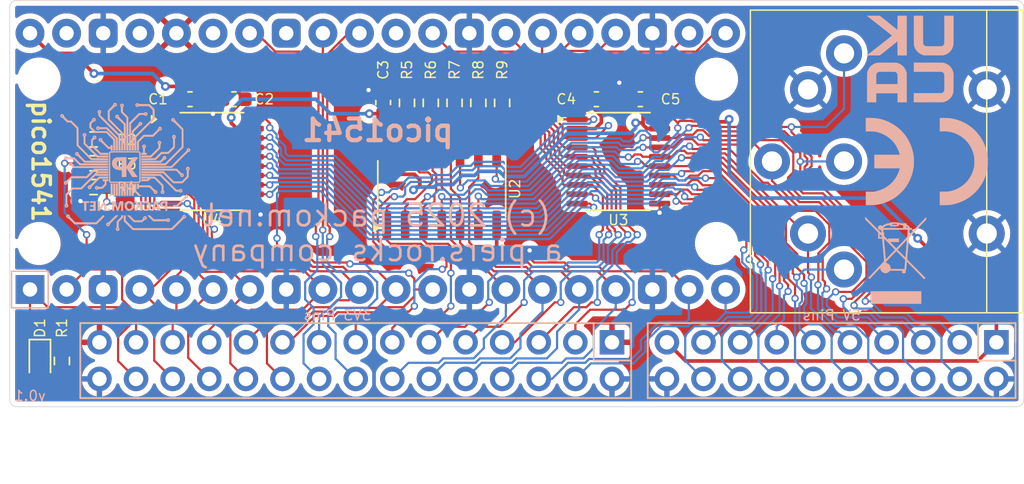
<source format=kicad_pcb>
(kicad_pcb (version 20240108) (generator "pcbnew") (generator_version "8.0")
  (layers (0 "F.Cu" signal) (31 "B.Cu" signal) (34 "B.Paste" user) (35 "F.Paste" user) (36 "B.SilkS" user "B.Silkscreen") (37 "F.SilkS" user "F.Silkscreen") (38 "B.Mask" user) (39 "F.Mask" user) (44 "Edge.Cuts" user))
  (net 0 "")
  (net 1 "GND")
  (net 2 "+3V3")
  (net 3 "+5V")
  (net 4 "Net-(D1-A)")
  (net 5 "GP0")
  (net 6 "~{REN}")
  (net 7 "DIO6")
  (net 8 "~{DATA}")
  (net 9 "DIO3")
  (net 10 "DIO4")
  (net 11 "~{DAV}")
  (net 12 "~{ATN}")
  (net 13 "DIO1")
  (net 14 "~{SRQ}")
  (net 15 "~{EOI}")
  (net 16 "DIO7")
  (net 17 "~{CLOCK}")
  (net 18 "DIO5")
  (net 19 "DIO8")
  (net 20 "~{IFC}")
  (net 21 "DIO2")
  (net 22 "~{DAV_IO}")
  (net 23 "~{REN_IO}")
  (net 24 "D6")
  (net 25 "D7")
  (net 26 "D5")
  (net 27 "~{RESET_OUT}")
  (net 28 "~{RESET_IN}")
  (net 29 "D4")
  (net 30 "D1")
  (net 31 "~{ATN_OUT}")
  (net 32 "~{ATN_IN}")
  (net 33 "GP27")
  (net 34 "~{SRQ_OUT}")
  (net 35 "~{CLOCK_OUT}")
  (net 36 "~{SRQ_IN}")
  (net 37 "~{EOI_IO}")
  (net 38 "D2")
  (net 39 "~{DATA_OUT}")
  (net 40 "D0")
  (net 41 "D3")
  (net 42 "GP1")
  (net 43 "GP26")
  (net 44 "~{CLOCK_IN}")
  (net 45 "GP28")
  (net 46 "~{DATA_IN}")
  (net 47 "OE")
  (footprint "Package_SO:TSSOP-20_4.4x6.5mm_P0.65mm" (layer "F.Cu") (at 135.4425 83.312)
    (property "Reference" "U4")
    (property "Value" "TXS0108EPW")
  )
  (footprint "Package_SO:TSSOP-20_4.4x6.5mm_P0.65mm" (layer "F.Cu") (at 163.638 83.312)
    (property "Reference" "U3")
    (property "Value" "TXS0108EPW")
  )
  (footprint "Resistor_SMD:R_0603_1608Metric_Pad0.98x0.95mm_HandSolder" (layer "F.Cu") (at 127.2305 85.09 180)
    (property "Reference" "R4")
    (property "Value" "DNP(10K)")
  )
  (footprint "Connector_PinHeader_2.54mm:PinHeader_2x15_P2.54mm_Vertical" (layer "F.Cu") (at 163.195 95.8596 -90)
    (property "Reference" "J6" (hide yes))
    (property "Value" "Conn_02x15_Odd_Even")
  )
  (footprint "Resistor_SMD:R_0603_1608Metric_Pad0.98x0.95mm_HandSolder" (layer "F.Cu") (at 127.2305 83.439)
    (property "Reference" "R3")
    (property "Value" "DNP(0R)")
  )
  (footprint "Resistor_SMD:R_0603_1608Metric_Pad0.98x0.95mm_HandSolder" (layer "F.Cu") (at 155.575 79.248 90)
    (property "Reference" "R9")
    (property "Value" "100K")
  )
  (footprint "piers_footprints:Pico_Header" (layer "F.Cu") (at 146.946 83.305)
    (property "Reference" "U1" (hide yes))
    (property "Value" "Raspberry_Pi_Pico")
  )
  (footprint "Package_SO:SOIC-14_3.9x8.7mm_P1.27mm" (layer "F.Cu") (at 151.384 85.217 90)
    (property "Reference" "U2")
    (property "Value" "74LS04")
  )
  (footprint "Resistor_SMD:R_0603_1608Metric_Pad0.98x0.95mm_HandSolder" (layer "F.Cu") (at 153.924 79.248 90)
    (property "Reference" "R8")
    (property "Value" "100K")
  )
  (footprint "Connector_PinHeader_2.54mm:PinHeader_2x10_P2.54mm_Vertical" (layer "F.Cu") (at 189.865 95.8596 -90)
    (property "Reference" "J5" (hide yes))
    (property "Value" "Conn_02x10_Odd_Even")
  )
  (footprint "Resistor_SMD:R_0603_1608Metric_Pad0.98x0.95mm_HandSolder" (layer "F.Cu") (at 152.273 79.248 90)
    (property "Reference" "R7")
    (property "Value" "100K")
  )
  (footprint "Resistor_SMD:R_0603_1608Metric_Pad0.98x0.95mm_HandSolder" (layer "F.Cu") (at 125.0305 97.155 -90)
    (property "Reference" "R1")
    (property "Value" "470R")
  )
  (footprint "piers_retro_footprints:DIN_6_ali_express_c64_numbering" (layer "F.Cu") (at 176.795 83.312 -90)
    (property "Reference" "J4" (hide yes))
    (property "Value" "DIN-6-shielded")
  )
  (footprint "Capacitor_SMD:C_0603_1608Metric" (layer "F.Cu") (at 162.114 78.994)
    (property "Reference" "C4")
    (property "Value" "0.1uF")
  )
  (footprint "Capacitor_SMD:C_0603_1608Metric" (layer "F.Cu") (at 136.9665 78.994 180)
    (property "Reference" "C2")
    (property "Value" "0.1uF")
  )
  (footprint "Capacitor_SMD:C_0603_1608Metric" (layer "F.Cu") (at 147.32 79.2245 90)
    (property "Reference" "C3")
    (property "Value" "0.1uF")
  )
  (footprint "LED_SMD:LED_0603_1608Metric" (layer "F.Cu") (at 123.5065 97.155 -90)
    (property "Reference" "D1")
    (property "Value" "LED")
  )
  (footprint "Resistor_SMD:R_0603_1608Metric_Pad0.98x0.95mm_HandSolder" (layer "F.Cu") (at 127.2305 81.788)
    (property "Reference" "R2")
    (property "Value" "1K")
  )
  (footprint "Capacitor_SMD:C_0603_1608Metric" (layer "F.Cu") (at 133.9185 78.994)
    (property "Reference" "C1")
    (property "Value" "0.1uF")
  )
  (footprint "Capacitor_SMD:C_0603_1608Metric" (layer "F.Cu") (at 165.162 78.994 180)
    (property "Reference" "C5")
    (property "Value" "0.1uF")
  )
  (footprint "Resistor_SMD:R_0603_1608Metric_Pad0.98x0.95mm_HandSolder" (layer "F.Cu") (at 150.622 79.248 90)
    (property "Reference" "R6")
    (property "Value" "100K")
  )
  (footprint "Resistor_SMD:R_0603_1608Metric_Pad0.98x0.95mm_HandSolder" (layer "F.Cu") (at 148.971 79.248 90)
    (property "Reference" "R5")
    (property "Value" "100K")
  )
  (footprint "Symbol:CE-Logo_8.5x6mm_SilkScreen" (layer "B.Cu") (at 185.039 83.312 180)
    (property "Reference" "REF**" (hide yes))
    (property "Value" "CE-Logo_8.5x6mm_SilkScreen" (hide yes))
  )
  (footprint "Symbol:UKCA-Logo_6x6mm_SilkScreen" (layer "B.Cu") (at 183.896 76.2 180)
    (property "Reference" "REF**" (hide yes))
    (property "Value" "UKCA-Logo_6x6mm_SilkScreen" (hide yes))
  )
  (footprint "Symbol:WEEE-Logo_4.2x6mm_SilkScreen" (layer "B.Cu") (at 182.88 90.17 180)
    (property "Reference" "REF**" (hide yes))
    (property "Value" "WEEE-Logo_4.2x6mm_SilkScreen" (hide yes))
  )
  (footprint "piers_footprints:packom_logo_reverse" (layer "B.Cu") (at 129.413 83.693 180)
    (property "Reference" "G***" (hide yes))
    (property "Value" "LOGO" (hide yes))
  )
  (gr_line (start 188.595 97.1296) (end 191.195 97.1296) (stroke (width 0.1)) (layer "B.SilkS"))
  (gr_line (start 188.595 94.5296) (end 188.595 97.1296) (stroke (width 0.1)) (layer "B.SilkS"))
  (gr_rect (start 121.539 90.932) (end 124.079 93.472) (stroke (width 0.1)) (fill none) (layer "B.SilkS"))
  (gr_poly (pts (xy 165.675 94.5296) (xy 191.195 94.5296) (xy 191.195 99.7296) (xy 165.675 99.7296)) (stroke (width 0.1)) (fill none) (layer "B.SilkS"))
  (gr_line (start 161.925 97.1296) (end 164.525 97.1296) (stroke (width 0.1)) (layer "B.SilkS"))
  (gr_line (start 161.925 94.5296) (end 161.925 97.1296) (stroke (width 0.1)) (layer "B.SilkS"))
  (gr_poly (pts (xy 164.525 94.5296) (xy 164.525 99.7296) (xy 126.305 99.7296) (xy 126.305 94.5296)) (stroke (width 0.1)) (fill none) (layer "B.SilkS"))
  (gr_arc (start 121.92 100.33) (mid 121.56079 100.18121) (end 121.412 99.822) (stroke (width 0.05)) (layer "Edge.Cuts"))
  (gr_arc (start 121.412 72.644) (mid 121.56079 72.28479) (end 121.92 72.136) (stroke (width 0.05)) (layer "Edge.Cuts"))
  (gr_arc (start 191.262 72.136) (mid 191.62121 72.28479) (end 191.77 72.644) (stroke (width 0.05)) (layer "Edge.Cuts"))
  (gr_line (start 191.77 72.644) (end 191.77 99.822) (stroke (width 0.05)) (layer "Edge.Cuts"))
  (gr_line (start 121.412 99.822) (end 121.412 72.644) (stroke (width 0.05)) (layer "Edge.Cuts"))
  (gr_arc (start 191.77 99.822) (mid 191.62121 100.18121) (end 191.262 100.33) (stroke (width 0.05)) (layer "Edge.Cuts"))
  (gr_line (start 121.92 72.136) (end 191.262 72.136) (stroke (width 0.05)) (layer "Edge.Cuts"))
  (gr_line (start 191.262 100.33) (end 121.92 100.33) (stroke (width 0.05)) (layer "Edge.Cuts"))
  (gr_text "3V3 Pins" (at 144.145 93.98 0) (layer "B.SilkS") (effects (font (size 0.7 0.7) (thickness 0.1)) (justify mirror)))
  (gr_text "(c) 2025 packom.net\na piers.rocks company" (at 146.939 88.265 0) (layer "B.SilkS") (effects (font (size 1.5 1.5) (thickness 0.1875)) (justify mirror)))
  (gr_text "v0.1" (at 122.809 99.568 0) (layer "B.SilkS") (effects (font (size 0.7 0.7) (thickness 0.1)) (justify mirror)))
  (gr_text "pico1541" (at 146.939 81.153 0) (layer "B.SilkS") (effects (font (size 1.5 1.5) (thickness 0.3) (bold yes)) (justify mirror)))
  (gr_text "5V Pins" (at 178.435 93.98 0) (layer "B.SilkS") (effects (font (size 0.7 0.7) (thickness 0.1)) (justify mirror)))
  (gr_text "pico1541" (at 123.571 83.312 270) (layer "F.SilkS") (effects (font (size 1.2 1.2) (thickness 0.24) (bold yes))))
  (segment (start 164.387 78.994) (end 163.703 78.994) (width 0.254) (layer "F.Cu") (net 1))
  (segment (start 148.971 78.3355) (end 147.434 78.3355) (width 0.254) (layer "F.Cu") (net 1))
  (segment (start 166.497 86.868) (end 166.497 86.2405) (width 0.1524) (layer "F.Cu") (net 1))
  (segment (start 148.0744 81.2724) (end 148.0744 79.2039) (width 0.254) (layer "F.Cu") (net 1))
  (segment (start 148.844 82.742) (end 148.844 82.042) (width 0.254) (layer "F.Cu") (net 1))
  (segment (start 135.509 78.994) (end 136.1915 78.994) (width 0.254) (layer "F.Cu") (net 1))
  (segment (start 155.575 78.3355) (end 148.971 78.3355) (width 0.254) (layer "F.Cu") (net 1))
  (segment (start 155.194 89.281) (end 155.194 87.692) (width 0.254) (layer "F.Cu") (net 1))
  (segment (start 138.557 86.995) (end 138.305 86.743) (width 0.254) (layer "F.Cu") (net 1))
  (segment (start 166.497 86.2405) (end 166.5005 86.237) (width 0.1524) (layer "F.Cu") (net 1))
  (segment (start 135.509 78.994) (end 135.509 80.01) (width 0.254) (layer "F.Cu") (net 1))
  (segment (start 155.575 89.662) (end 155.194 89.281) (width 0.254) (layer "F.Cu") (net 1))
  (segment (start 147.32 78.4495) (end 146.3945 78.4495) (width 0.254) (layer "F.Cu") (net 1))
  (segment (start 163.703 78.994) (end 163.703 77.851) (width 0.254) (layer "F.Cu") (net 1))
  (segment (start 157.3022 89.662) (end 155.575 89.662) (width 0.254) (layer "F.Cu") (net 1))
  (segment (start 138.811 86.995) (end 138.557 86.995) (width 0.254) (layer "F.Cu") (net 1))
  (segment (start 147.434 78.3355) (end 147.32 78.4495) (width 0.254) (layer "F.Cu") (net 1))
  (segment (start 134.6935 78.994) (end 135.509 78.994) (width 0.254) (layer "F.Cu") (net 1))
  (segment (start 163.703 78.994) (end 162.889 78.994) (width 0.254) (layer "F.Cu") (net 1))
  (segment (start 148.844 82.042) (end 148.0744 81.2724) (width 0.254) (layer "F.Cu") (net 1))
  (segment (start 157.48 89.4842) (end 157.3022 89.662) (width 0.254) (layer "F.Cu") (net 1))
  (segment (start 138.305 86.743) (end 138.305 86.237) (width 0.254) (layer "F.Cu") (net 1))
  (segment (start 126.318 86.059) (end 126.318 85.09) (width 0.254) (layer "F.Cu") (net 1))
  (segment (start 146.3945 78.4495) (end 146.304 78.359) (width 0.254) (layer "F.Cu") (net 1))
  (segment (start 148.0744 79.2039) (end 147.32 78.4495) (width 0.254) (layer "F.Cu") (net 1))
  (via (at 126.318 86.059) (size 0.6096) (drill 0.3) (layers "F.Cu" "B.Cu") (net 1))
  (via (at 163.703 77.851) (size 0.6096) (drill 0.3) (layers "F.Cu" "B.Cu") (net 1))
  (via (at 157.48 89.4842) (size 0.6096) (drill 0.3) (layers "F.Cu" "B.Cu") (net 1))
  (via (at 146.304 78.359) (size 0.6096) (drill 0.3) (layers "F.Cu" "B.Cu") (net 1))
  (via (at 138.811 86.995) (size 0.6096) (drill 0.3) (layers "F.Cu" "B.Cu") (net 1))
  (via (at 166.497 86.868) (size 0.508) (drill 0.3) (layers "F.Cu" "B.Cu") (net 1))
  (via (at 135.509 80.01) (size 0.6096) (drill 0.3) (layers "F.Cu" "B.Cu") (net 1))
  (segment (start 146.685 95.631) (end 146.685 99.06) (width 0.254) (layer "B.Cu") (net 1))
  (segment (start 146.685 94.996) (end 146.685 95.631) (width 0.254) (layer "B.Cu") (net 1))
  (segment (start 153.296 93.719) (end 152.781 94.234) (width 0.254) (layer "B.Cu") (net 1))
  (segment (start 152.781 94.234) (end 150.749 94.234) (width 0.254) (layer "B.Cu") (net 1))
  (segment (start 153.296 92.195) (end 153.296 93.719) (width 0.254) (layer "B.Cu") (net 1))
  (segment (start 147.447 94.234) (end 147.066 94.615) (width 0.254) (layer "B.Cu") (net 1))
  (segment (start 146.685 99.06) (end 146.558 99.187) (width 0.254) (layer "B.Cu") (net 1))
  (segment (start 147.066 94.615) (end 146.685 94.996) (width 0.254) (layer "B.Cu") (net 1))
  (segment (start 150.749 94.234) (end 147.447 94.234) (width 0.254) (layer "B.Cu") (net 1))
  (segment (start 161.339 78.994) (end 161.417 78.994) (width 0.254) (layer "F.Cu") (net 2))
  (segment (start 133.223 78.994) (end 134.112 79.883) (width 0.254) (layer "F.Cu") (net 2))
  (segment (start 162.4584 80.170058) (end 161.339 79.050658) (width 0.254) (layer "F.Cu") (net 2))
  (segment (start 134.112 79.883) (end 134.112 80.772) (width 0.254) (layer "F.Cu") (net 2))
  (segment (start 162.4584 80.611942) (end 162.4584 80.170058) (width 0.254) (layer "F.Cu") (net 2))
  (segment (start 133.1435 78.994) (end 133.223 78.994) (width 0.254) (layer "F.Cu") (net 2))
  (segment (start 161.339 79.050658) (end 161.339 78.994) (width 0.254) (layer "F.Cu") (net 2))
  (segment (start 133.847 81.037) (end 132.58 81.037) (width 0.254) (layer "F.Cu") (net 2))
  (segment (start 162.033342 81.037) (end 162.4584 80.611942) (width 0.254) (layer "F.Cu") (net 2))
  (segment (start 160.7755 81.037) (end 162.033342 81.037) (width 0.254) (layer "F.Cu") (net 2))
  (segment (start 134.112 80.772) (end 133.847 81.037) (width 0.254) (layer "F.Cu") (net 2))
  (segment (start 136.8525 78.105) (end 137.7415 78.994) (width 0.254) (layer "F.Cu") (net 3))
  (segment (start 189.865 94.107) (end 184.404 88.646) (width 0.254) (layer "F.Cu") (net 3))
  (segment (start 165.354 80.772) (end 165.619 81.037) (width 0.254) (layer "F.Cu") (net 3))
  (segment (start 169.922198 80.1817) (end 168.917594 80.1817) (width 0.254) (layer "F.Cu") (net 3))
  (segment (start 165.354 80.645) (end 165.354 80.772) (width 0.254) (layer "F.Cu") (net 3))
  (segment (start 136.779 79.883) (end 136.779 80.645) (width 0.254) (layer "F.Cu") (net 3))
  (segment (start 165.937 78.994) (end 165.862 78.994) (width 0.254) (layer "F.Cu") (net 3))
  (segment (start 167.765194 80.1403) (end 167.380894 79.756) (width 0.254) (layer "F.Cu") (net 3))
  (segment (start 124.22 75.819) (end 122.816 74.415) (width 0.254) (layer "F.Cu") (net 3))
  (segment (start 136.779 80.645) (end 137.171 81.037) (width 0.254) (layer "F.Cu") (net 3))
  (segment (start 147.828 84.201) (end 148.463 84.201) (width 0.254) (layer "F.Cu") (net 3))
  (segment (start 189.865 95.8596) (end 188.5696 97.155) (width 0.254) (layer "F.Cu") (net 3))
  (segment (start 171.323 80.3856) (end 171.1452 80.5634) (width 0.254) (layer "F.Cu") (net 3))
  (segment (start 188.5696 97.155) (end 168.3004 97.155) (width 0.254) (layer "F.Cu") (net 3))
  (segment (start 149.86 84.963) (end 149.538671 85.284329) (width 0.254) (layer "F.Cu") (net 3))
  (segment (start 166.6486 79.756) (end 165.937 79.0444) (width 0.254) (layer "F.Cu") (net 3))
  (segment (start 168.917594 80.1817) (end 168.876194 80.1403) (width 0.254) (layer "F.Cu") (net 3))
  (segment (start 132.207 78.105) (end 136.8525 78.105) (width 0.254) (layer "F.Cu") (net 3))
  (segment (start 137.7415 78.994) (end 137.668 78.994) (width 0.254) (layer "F.Cu") (net 3))
  (segment (start 149.479 84.201) (end 149.733 84.455) (width 0.254) (layer "F.Cu") (net 3))
  (segment (start 147.574 81.28) (end 147.574 82.742) (width 0.254) (layer "F.Cu") (net 3))
  (segment (start 168.3004 97.155) (end 167.005 95.8596) (width 0.254) (layer "F.Cu") (net 3))
  (segment (start 165.937 79.0444) (end 165.937 78.994) (width 0.254) (layer "F.Cu") (net 3))
  (segment (start 147.574 83.947) (end 147.574 82.742) (width 0.254) (layer "F.Cu") (net 3))
  (segment (start 171.1452 80.5634) (end 170.303898 80.5634) (width 0.254) (layer "F.Cu") (net 3))
  (segment (start 165.619 81.037) (end 166.5005 81.037) (width 0.254) (layer "F.Cu") (net 3))
  (segment (start 137.171 81.037) (end 138.305 81.037) (width 0.254) (layer "F.Cu") (net 3))
  (segment (start 148.463 84.201) (end 149.479 84.201) (width 0.254) (layer "F.Cu") (net 3))
  (segment (start 147.32 79.9995) (end 147.32 81.026) (width 0.254) (layer "F.Cu") (net 3))
  (segment (start 170.303898 80.5634) (end 169.922198 80.1817) (width 0.254) (layer "F.Cu") (net 3))
  (segment (start 149.538671 85.284329) (end 149.419329 85.284329) (width 0.254) (layer "F.Cu") (net 3))
  (segment (start 147.32 81.026) (end 147.574 81.28) (width 0.254) (layer "F.Cu") (net 3))
  (segment (start 127.254 77.216) (end 125.857 75.819) (width 0.254) (layer "F.Cu") (net 3))
  (segment (start 125.857 75.819) (end 124.22 75.819) (width 0.254) (layer "F.Cu") (net 3))
  (segment (start 147.574 83.947) (end 147.828 84.201) (width 0.254) (layer "F.Cu") (net 3))
  (segment (start 149.86 84.582) (end 149.86 84.963) (width 0.254) (layer "F.Cu") (net 3))
  (segment (start 149.733 84.455) (end 149.86 84.582) (width 0.254) (layer "F.Cu") (net 3))
  (segment (start 189.865 95.8596) (end 189.865 94.107) (width 0.254) (layer "F.Cu") (net 3))
  (segment (start 165.345316 80.636316) (end 165.354 80.645) (width 0.254) (layer "F.Cu") (net 3))
  (segment (start 164.837316 80.636316) (end 165.345316 80.636316) (width 0.254) (layer "F.Cu") (net 3))
  (segment (start 165.862 78.994) (end 165.354 79.502) (width 0.254) (layer "F.Cu") (net 3))
  (segment (start 165.354 79.502) (end 165.354 80.645) (width 0.254) (layer "F.Cu") (net 3))
  (segment (start 168.876194 80.1403) (end 167.765194 80.1403) (width 0.254) (layer "F.Cu") (net 3))
  (segment (start 167.380894 79.756) (end 166.6486 79.756) (width 0.254) (layer "F.Cu") (net 3))
  (segment (start 137.668 78.994) (end 136.779 79.883) (width 0.254) (layer "F.Cu") (net 3))
  (segment (start 146.356316 79.9995) (end 147.32 79.9995) (width 0.254) (layer "F.Cu") (net 3))
  (via (at 132.207 78.105) (size 0.6096) (drill 0.3) (layers "F.Cu" "B.Cu") (net 3))
  (via (at 146.356316 79.9995) (size 0.6096) (drill 0.3) (layers "F.Cu" "B.Cu") (net 3))
  (via (at 184.404 88.646) (size 0.6096) (drill 0.3) (layers "F.Cu" "B.Cu") (net 3))
  (via (at 127.254 77.216) (size 0.6096) (drill 0.3) (layers "F.Cu" "B.Cu") (net 3))
  (via (at 171.323 80.3856) (size 0.6096) (drill 0.3) (layers "F.Cu" "B.Cu") (net 3))
  (via (at 164.837316 80.636316) (size 0.6096) (drill 0.3) (layers "F.Cu" "B.Cu") (net 3))
  (via (at 149.419329 85.284329) (size 0.6096) (drill 0.3) (layers "F.Cu" "B.Cu") (net 3))
  (via (at 136.779 80.264) (size 0.6096) (drill 0.3) (layers "F.Cu" "B.Cu") (net 3))
  (segment (start 142.652408 78.994) (end 137.541 78.994) (width 0.254) (layer "B.Cu") (net 3))
  (segment (start 155.7274 84.3534) (end 157.105602 84.3534) (width 0.254) (layer "B.Cu") (net 3))
  (segment (start 152.787008 84.2772) (end 153.67 84.2772) (width 0.254) (layer "B.Cu") (net 3))
  (segment (start 153.9494 83.9978) (end 155.3718 83.9978) (width 0.254) (layer "B.Cu") (net 3))
  (segment (start 149.419329 85.284329) (end 149.613658 85.09) (width 0.254) (layer "B.Cu") (net 3))
  (segment (start 137.541 78.994) (end 136.779 79.756) (width 0.254) (layer "B.Cu") (net 3))
  (segment (start 160.102802 81.3562) (end 164.473406 81.3562) (width 0.254) (layer "B.Cu") (net 3))
  (segment (start 146.356316 79.9995) (end 143.657908 79.9995) (width 0.254) (layer "B.Cu") (net 3))
  (segment (start 131.318 77.216) (end 132.207 78.105) (width 0.254) (layer "B.Cu") (net 3))
  (segment (start 171.323 80.3856) (end 171.323 84.201) (width 0.254) (layer "B.Cu") (net 3))
  (segment (start 153.67 84.2772) (end 153.9494 83.9978) (width 0.254) (layer "B.Cu") (net 3))
  (segment (start 136.779 79.756) (end 136.779 80.264) (width 0.254) (layer "B.Cu") (net 3))
  (segment (start 164.837316 80.99229) (end 164.837316 80.636316) (width 0.254) (layer "B.Cu") (net 3))
  (segment (start 157.105602 84.3534) (end 160.102802 81.3562) (width 0.254) (layer "B.Cu") (net 3))
  (segment (start 150.859006 85.09) (end 151.036806 84.9122) (width 0.254) (layer "B.Cu") (net 3))
  (segment (start 181.61 85.852) (end 184.404 88.646) (width 0.254) (layer "B.Cu") (net 3))
  (segment (start 164.473406 81.3562) (end 164.837316 80.99229) (width 0.254) (layer "B.Cu") (net 3))
  (segment (start 151.036806 84.9122) (end 152.152008 84.9122) (width 0.254) (layer "B.Cu") (net 3))
  (segment (start 143.657908 79.9995) (end 142.652408 78.994) (width 0.254) (layer "B.Cu") (net 3))
  (segment (start 149.613658 85.09) (end 150.859006 85.09) (width 0.254) (layer "B.Cu") (net 3))
  (segment (start 172.974 85.852) (end 181.61 85.852) (width 0.254) (layer "B.Cu") (net 3))
  (segment (start 127.254 77.216) (end 131.318 77.216) (width 0.254) (layer "B.Cu") (net 3))
  (segment (start 152.152008 84.9122) (end 152.787008 84.2772) (width 0.254) (layer "B.Cu") (net 3))
  (segment (start 155.3718 83.9978) (end 155.7274 84.3534) (width 0.254) (layer "B.Cu") (net 3))
  (segment (start 171.323 84.201) (end 172.974 85.852) (width 0.254) (layer "B.Cu") (net 3))
  (segment (start 123.5065 97.9425) (end 124.9055 97.9425) (width 0.1524) (layer "F.Cu") (net 4))
  (segment (start 122.816 92.195) (end 122.816 95.677) (width 0.1524) (layer "F.Cu") (net 5))
  (segment (start 122.816 95.677) (end 123.5065 96.3675) (width 0.1524) (layer "F.Cu") (net 5))
  (segment (start 129.314548 93.4236) (end 124.0446 93.4236) (width 0.1524) (layer "F.Cu") (net 5))
  (segment (start 124.0446 93.4236) (end 122.816 92.195) (width 0.1524) (layer "F.Cu") (net 5))
  (segment (start 130.175 98.3996) (end 128.9304 97.155) (width 0.1524) (layer "F.Cu") (net 5))
  (segment (start 128.9304 95.4786) (end 129.8702 94.5388) (width 0.1524) (layer "F.Cu") (net 5))
  (segment (start 128.9304 97.155) (end 128.9304 95.4786) (width 0.1524) (layer "F.Cu") (net 5))
  (segment (start 129.8702 93.979252) (end 129.314548 93.4236) (width 0.1524) (layer "F.Cu") (net 5))
  (segment (start 129.8702 94.5388) (end 129.8702 93.979252) (width 0.1524) (layer "F.Cu") (net 5))
  (segment (start 168.753075 85.587) (end 168.433875 85.2678) (width 0.1524) (layer "F.Cu") (net 6))
  (segment (start 168.433875 85.2678) (end 168.034075 85.2678) (width 0.1524) (layer "F.Cu") (net 6))
  (segment (start 173.1264 89.84385) (end 173.1264 88.317296) (width 0.1524) (layer "F.Cu") (net 6))
  (segment (start 168.034075 85.2678) (end 167.714875 85.587) (width 0.1524) (layer "F.Cu") (net 6))
  (segment (start 173.1264 88.317296) (end 170.396104 85.587) (width 0.1524) (layer "F.Cu") (net 6))
  (segment (start 173.493951 90.462849) (end 173.493951 90.211401) (width 0.1524) (layer "F.Cu") (net 6))
  (segment (start 173.493951 90.211401) (end 173.1264 89.84385) (width 0.1524) (layer "F.Cu") (net 6))
  (segment (start 167.714875 85.587) (end 166.5005 85.587) (width 0.1524) (layer "F.Cu") (net 6))
  (segment (start 170.396104 85.587) (end 168.753075 85.587) (width 0.1524) (layer "F.Cu") (net 6))
  (via (at 173.493951 90.462849) (size 0.508) (drill 0.3) (layers "F.Cu" "B.Cu") (net 6))
  (segment (start 173.493951 90.986039) (end 173.551846 91.043934) (width 0.1524) (layer "B.Cu") (net 6))
  (segment (start 169.878192 95.8596) (end 169.545 95.8596) (width 0.1524) (layer "B.Cu") (net 6))
  (segment (start 171.32487 94.412922) (end 169.878192 95.8596) (width 0.1524) (layer "B.Cu") (net 6))
  (segment (start 172.872151 94.412922) (end 171.32487 94.412922) (width 0.1524) (layer "B.Cu") (net 6))
  (segment (start 173.493951 90.462849) (end 173.493951 90.986039) (width 0.1524) (layer "B.Cu") (net 6))
  (segment (start 173.551846 93.724504) (end 172.974 94.30235) (width 0.1524) (layer "B.Cu") (net 6))
  (segment (start 172.974 94.30235) (end 172.974 94.311073) (width 0.1524) (layer "B.Cu") (net 6))
  (segment (start 173.551846 91.043934) (end 173.551846 93.724504) (width 0.1524) (layer "B.Cu") (net 6))
  (segment (start 172.974 94.311073) (end 172.872151 94.412922) (width 0.1524) (layer "B.Cu") (net 6))
  (segment (start 174.821846 90.239846) (end 174.0408 89.4588) (width 0.1524) (layer "F.Cu") (net 7))
  (segment (start 174.821846 91.956147) (end 174.821846 90.239846) (width 0.1524) (layer "F.Cu") (net 7))
  (segment (start 139.436194 84.287) (end 139.446 84.277194) (width 0.1524) (layer "F.Cu") (net 7))
  (segment (start 174.0408 87.93854) (end 170.571672 84.469412) (width 0.1524) (layer "F.Cu") (net 7))
  (segment (start 138.305 84.287) (end 139.436194 84.287) (width 0.1524) (layer "F.Cu") (net 7))
  (segment (start 170.571672 84.469412) (end 169.682988 84.469412) (width 0.1524) (layer "F.Cu") (net 7))
  (segment (start 174.0408 89.4588) (end 174.0408 87.93854) (width 0.1524) (layer "F.Cu") (net 7))
  (via (at 139.446 84.277194) (size 0.508) (drill 0.3) (layers "F.Cu" "B.Cu") (net 7))
  (via (at 169.682988 84.469412) (size 0.508) (drill 0.3) (layers "F.Cu" "B.Cu") (net 7))
  (via (at 174.821846 91.956147) (size 0.508) (drill 0.3) (layers "F.Cu" "B.Cu") (net 7))
  (segment (start 174.821846 91.956147) (end 174.821846 93.910154) (width 0.1524) (layer "B.Cu") (net 7))
  (segment (start 168.383688 84.469412) (end 169.682988 84.469412) (width 0.1524) (layer "B.Cu") (net 7))
  (segment (start 139.623806 84.455) (end 143.359844 84.455) (width 0.1524) (layer "B.Cu") (net 7))
  (segment (start 146.687244 87.7824) (end 158.497496 87.7824) (width 0.1524) (layer "B.Cu") (net 7))
  (segment (start 168.2209 84.6322) (end 168.383688 84.469412) (width 0.1524) (layer "B.Cu") (net 7))
  (segment (start 174.821846 93.910154) (end 173.355 95.377) (width 0.1524) (layer "B.Cu") (net 7))
  (segment (start 161.520096 84.7598) (end 162.504404 84.7598) (width 0.1524) (layer "B.Cu") (net 7))
  (segment (start 162.504404 84.7598) (end 163.063204 85.3186) (width 0.1524) (layer "B.Cu") (net 7))
  (segment (start 173.355 97.1296) (end 174.625 98.3996) (width 0.1524) (layer "B.Cu") (net 7))
  (segment (start 163.063204 85.3186) (end 165.8874 85.3186) (width 0.1524) (layer "B.Cu") (net 7))
  (segment (start 158.497496 87.7824) (end 161.520096 84.7598) (width 0.1524) (layer "B.Cu") (net 7))
  (segment (start 173.355 95.377) (end 173.355 97.1296) (width 0.1524) (layer "B.Cu") (net 7))
  (segment (start 166.7002 84.5058) (end 167.6947 84.5058) (width 0.1524) (layer "B.Cu") (net 7))
  (segment (start 139.446 84.277194) (end 139.623806 84.455) (width 0.1524) (layer "B.Cu") (net 7))
  (segment (start 167.6947 84.5058) (end 167.8211 84.6322) (width 0.1524) (layer "B.Cu") (net 7))
  (segment (start 167.8211 84.6322) (end 168.2209 84.6322) (width 0.1524) (layer "B.Cu") (net 7))
  (segment (start 165.8874 85.3186) (end 166.7002 84.5058) (width 0.1524) (layer "B.Cu") (net 7))
  (segment (start 143.359844 84.455) (end 146.687244 87.7824) (width 0.1524) (layer "B.Cu") (net 7))
  (segment (start 174.9552 89.080044) (end 174.9552 87.552304) (width 0.1524) (layer "F.Cu") (net 8))
  (segment (start 153.924 85.725) (end 153.924 87.692) (width 0.1524) (layer "F.Cu") (net 8))
  (segment (start 169.048736 83.377212) (end 168.788948 83.637) (width 0.1524) (layer "F.Cu") (net 8))
  (segment (start 175.736246 89.86109) (end 174.9552 89.080044) (width 0.1524) (layer "F.Cu") (net 8))
  (segment (start 174.6504 87.224348) (end 170.803264 83.377212) (width 0.1524) (layer "F.Cu") (net 8))
  (segment (start 170.803264 83.377212) (end 169.048736 83.377212) (width 0.1524) (layer "F.Cu") (net 8))
  (segment (start 175.736246 91.074494) (end 175.736246 89.86109) (width 0.1524) (layer "F.Cu") (net 8))
  (segment (start 174.6504 87.247504) (end 174.6504 87.224348) (width 0.1524) (layer "F.Cu") (net 8))
  (segment (start 165.552 83.637) (end 166.5005 83.637) (width 0.1524) (layer "F.Cu") (net 8))
  (segment (start 174.9552 87.552304) (end 174.6504 87.247504) (width 0.1524) (layer "F.Cu") (net 8))
  (segment (start 168.788948 83.637) (end 166.5005 83.637) (width 0.1524) (layer "F.Cu") (net 8))
  (segment (start 176.007899 91.346147) (end 175.736246 91.074494) (width 0.1524) (layer "F.Cu") (net 8))
  (segment (start 165.227 83.312) (end 165.552 83.637) (width 0.1524) (layer "F.Cu") (net 8))
  (segment (start 164.973 83.312) (end 165.227 83.312) (width 0.1524) (layer "F.Cu") (net 8))
  (via (at 153.924 85.725) (size 0.508) (drill 0.3) (layers "F.Cu" "B.Cu") (net 8))
  (via (at 176.007899 91.346147) (size 0.508) (drill 0.3) (layers "F.Cu" "B.Cu") (net 8))
  (via (at 164.973 83.312) (size 0.508) (drill 0.3) (layers "F.Cu" "B.Cu") (net 8))
  (segment (start 176.1998 94.8944) (end 177.165 95.8596) (width 0.1524) (layer "B.Cu") (net 8))
  (segment (start 176.007899 91.346147) (end 176.007899 91.933899) (width 0.1524) (layer "B.Cu") (net 8))
  (segment (start 163.261916 82.931) (end 160.762584 82.931) (width 0.1524) (layer "B.Cu") (net 8))
  (segment (start 157.765384 85.9282) (end 154.1272 85.9282) (width 0.1524) (layer "B.Cu") (net 8))
  (segment (start 176.542046 90.812) (end 179.295 90.812) (width 0.1524) (layer "B.Cu") (net 8))
  (segment (start 164.973 83.312) (end 164.7952 83.4898) (width 0.1524) (layer "B.Cu") (net 8))
  (segment (start 176.3776 92.3036) (end 176.3776 93.014914) (width 0.1524) (layer "B.Cu") (net 8))
  (segment (start 154.1272 85.9282) (end 153.924 85.725) (width 0.1524) (layer "B.Cu") (net 8))
  (segment (start 176.007899 91.933899) (end 176.3776 92.3036) (width 0.1524) (layer "B.Cu") (net 8))
  (segment (start 176.007899 91.346147) (end 176.542046 90.812) (width 0.1524) (layer "B.Cu") (net 8))
  (segment (start 179.295 90.812) (end 179.458 90.812) (width 0.1524) (layer "B.Cu") (net 8))
  (segment (start 176.3776 93.014914) (end 176.1998 93.192714) (width 0.1524) (layer "B.Cu") (net 8))
  (segment (start 160.762584 82.931) (end 157.765384 85.9282) (width 0.1524) (layer "B.Cu") (net 8))
  (segment (start 176.1998 93.192714) (end 176.1998 94.8944) (width 0.1524) (layer "B.Cu") (net 8))
  (segment (start 163.820716 83.4898) (end 163.261916 82.931) (width 0.1524) (layer "B.Cu") (net 8))
  (segment (start 164.7952 83.4898) (end 163.820716 83.4898) (width 0.1524) (layer "B.Cu") (net 8))
  (segment (start 175.948792 86.741) (end 177.315057 86.741) (width 0.1524) (layer "F.Cu") (net 9))
  (segment (start 177.315057 86.741) (end 178.2736 87.699543) (width 0.1524) (layer "F.Cu") (net 9))
  (segment (start 177.511202 91.846051) (end 177.486507 91.870746) (width 0.1524) (layer "F.Cu") (net 9))
  (segment (start 178.2736 87.699543) (end 178.2736 88.9344) (width 0.1524) (layer "F.Cu") (net 9))
  (segment (start 173.682543 84.7906) (end 173.998392 84.7906) (width 0.1524) (layer "F.Cu") (net 9))
  (segment (start 168.7764 82.4484) (end 171.340343 82.4484) (width 0.1524) (layer "F.Cu") (net 9))
  (segment (start 171.340343 82.4484) (end 173.682543 84.7906) (width 0.1524) (layer "F.Cu") (net 9))
  (segment (start 138.305 82.337) (end 139.404985 82.337) (width 0.1524) (layer "F.Cu") (net 9))
  (segment (start 173.998392 84.7906) (end 175.948792 86.741) (width 0.1524) (layer "F.Cu") (net 9))
  (segment (start 178.2736 88.9344) (end 177.511202 89.696798) (width 0.1524) (layer "F.Cu") (net 9))
  (segment (start 139.404985 82.337) (end 139.446 82.295985) (width 0.1524) (layer "F.Cu") (net 9))
  (segment (start 177.511202 89.696798) (end 177.511202 91.846051) (width 0.1524) (layer "F.Cu") (net 9))
  (segment (start 168.5765 82.2485) (end 168.7764 82.4484) (width 0.1524) (layer "F.Cu") (net 9))
  (via (at 139.446 82.295985) (size 0.508) (drill 0.3) (layers "F.Cu" "B.Cu") (net 9))
  (via (at 168.5765 82.2485) (size 0.508) (drill 0.3) (layers "F.Cu" "B.Cu") (net 9))
  (via (at 177.486507 91.870746) (size 0.508) (drill 0.3) (layers "F.Cu" "B.Cu") (net 9))
  (segment (start 180.975 95.604229) (end 180.975 97.1296) (width 0.1524) (layer "B.Cu") (net 9))
  (segment (start 139.468097 82.295985) (end 139.9286 82.756488) (width 0.1524) (layer "B.Cu") (net 9))
  (segment (start 140.483361 83.5406) (end 143.7386 83.5406) (width 0.1524) (layer "B.Cu") (net 9))
  (segment (start 177.486507 93.566403) (end 178.662104 94.742) (width 0.1524) (layer "B.Cu") (net 9))
  (segment (start 139.9286 82.756488) (end 139.9286 82.985839) (width 0.1524) (layer "B.Cu") (net 9))
  (segment (start 139.446 82.295985) (end 139.468097 82.295985) (width 0.1524) (layer "B.Cu") (net 9))
  (segment (start 158.11874 86.868) (end 158.30737 86.67937) (width 0.1524) (layer "B.Cu") (net 9))
  (segment (start 147.066 86.868) (end 158.11874 86.868) (width 0.1524) (layer "B.Cu") (net 9))
  (segment (start 168.148 82.2485) (end 168.5765 82.2485) (width 0.1524) (layer "B.Cu") (net 9))
  (segment (start 158.30737 86.67937) (end 161.14134 83.8454) (width 0.1524) (layer "B.Cu") (net 9))
  (segment (start 143.7386 83.5406) (end 147.066 86.868) (width 0.1524) (layer "B.Cu") (net 9))
  (segment (start 161.14134 83.8454) (end 162.88316 83.8454) (width 0.1524) (layer "B.Cu") (net 9))
  (segment (start 178.662104 94.742) (end 180.112771 94.742) (width 0.1524) (layer "B.Cu") (net 9))
  (segment (start 165.504904 84.4042) (end 166.317704 83.5914) (width 0.1524) (layer "B.Cu") (net 9))
  (segment (start 139.9286 82.985839) (end 140.483361 83.5406) (width 0.1524) (layer "B.Cu") (net 9))
  (segment (start 166.317704 83.5914) (end 166.8051 83.5914) (width 0.1524) (layer "B.Cu") (net 9))
  (segment (start 163.44196 84.4042) (end 165.504904 84.4042) (width 0.1524) (layer "B.Cu") (net 9))
  (segment (start 166.8051 83.5914) (end 168.148 82.2485) (width 0.1524) (layer "B.Cu") (net 9))
  (segment (start 162.88316 83.8454) (end 163.44196 84.4042) (width 0.1524) (layer "B.Cu") (net 9))
  (segment (start 180.975 97.1296) (end 182.245 98.3996) (width 0.1524) (layer "B.Cu") (net 9))
  (segment (start 177.486507 91.870746) (end 177.486507 93.566403) (width 0.1524) (layer "B.Cu") (net 9))
  (segment (start 180.112771 94.742) (end 180.975 95.604229) (width 0.1524) (layer "B.Cu") (net 9))
  (segment (start 170.915104 83.058) (end 174.9552 87.098096) (width 0.1524) (layer "F.Cu") (net 10))
  (segment (start 138.305 82.987) (end 139.415388 82.987) (width 0.1524) (layer "F.Cu") (net 10))
  (segment (start 175.26 87.426052) (end 175.26 88.953792) (width 0.1524) (layer "F.Cu") (net 10))
  (segment (start 174.9552 87.098096) (end 174.9552 87.121252) (width 0.1524) (layer "F.Cu") (net 10))
  (segment (start 139.415388 82.987) (end 139.446 82.956388) (width 0.1524) (layer "F.Cu") (net 10))
  (segment (start 176.521307 91.177055) (end 176.521307 91.764807) (width 0.1524) (layer "F.Cu") (net 10))
  (segment (start 168.021 83.058) (end 170.915104 83.058) (width 0.1524) (layer "F.Cu") (net 10))
  (segment (start 176.041046 90.696794) (end 176.521307 91.177055) (width 0.1524) (layer "F.Cu") (net 10))
  (segment (start 176.041046 89.734838) (end 176.041046 90.696794) (width 0.1524) (layer "F.Cu") (net 10))
  (segment (start 174.9552 87.121252) (end 175.26 87.426052) (width 0.1524) (layer "F.Cu") (net 10))
  (segment (start 175.26 88.953792) (end 176.041046 89.734838) (width 0.1524) (layer "F.Cu") (net 10))
  (via (at 168.021 83.058) (size 0.508) (drill 0.3) (layers "F.Cu" "B.Cu") (net 10))
  (via (at 139.446 82.956388) (size 0.508) (drill 0.3) (layers "F.Cu" "B.Cu") (net 10))
  (via (at 176.521307 91.764807) (size 0.508) (drill 0.3) (layers "F.Cu" "B.Cu") (net 10))
  (segment (start 167.105852 83.8962) (end 167.944052 83.058) (width 0.1524) (layer "B.Cu") (net 10))
  (segment (start 165.631156 84.709) (end 166.443956 83.8962) (width 0.1524) (layer "B.Cu") (net 10))
  (segment (start 178.435 95.377) (end 178.435 97.1296) (width 0.1524) (layer "B.Cu") (net 10))
  (segment (start 177.673 94.615) (end 178.435 95.377) (width 0.1524) (layer "B.Cu") (net 10))
  (segment (start 139.446 82.956388) (end 139.468097 82.956388) (width 0.1524) (layer "B.Cu") (net 10))
  (segment (start 163.315708 84.709) (end 165.631156 84.709) (width 0.1524) (layer "B.Cu") (net 10))
  (segment (start 176.911 94.615) (end 177.673 94.615) (width 0.1524) (layer "B.Cu") (net 10))
  (segment (start 139.9286 83.416891) (end 139.9286 83.617548) (width 0.1524) (layer "B.Cu") (net 10))
  (segment (start 161.267592 84.1502) (end 162.756908 84.1502) (width 0.1524) (layer "B.Cu") (net 10))
  (segment (start 176.53 93.345) (end 176.53 94.234) (width 0.1524) (layer "B.Cu") (net 10))
  (segment (start 139.468097 82.956388) (end 139.9286 83.416891) (width 0.1524) (layer "B.Cu") (net 10))
  (segment (start 140.156452 83.8454) (end 143.612348 83.8454) (width 0.1524) (layer "B.Cu") (net 10))
  (segment (start 162.756908 84.1502) (end 163.315708 84.709) (width 0.1524) (layer "B.Cu") (net 10))
  (segment (start 143.612348 83.8454) (end 146.939748 87.1728) (width 0.1524) (layer "B.Cu") (net 10))
  (segment (start 176.521307 91.764807) (end 176.6824 91.9259) (width 0.1524) (layer "B.Cu") (net 10))
  (segment (start 146.939748 87.1728) (end 158.244992 87.1728) (width 0.1524) (layer "B.Cu") (net 10))
  (segment (start 176.6824 93.1926) (end 176.53 93.345) (width 0.1524) (layer "B.Cu") (net 10))
  (segment (start 178.435 97.1296) (end 179.705 98.3996) (width 0.1524) (layer "B.Cu") (net 10))
  (segment (start 158.244992 87.1728) (end 161.267592 84.1502) (width 0.1524) (layer "B.Cu") (net 10))
  (segment (start 167.944052 83.058) (end 168.021 83.058) (width 0.1524) (layer "B.Cu") (net 10))
  (segment (start 176.53 94.234) (end 176.911 94.615) (width 0.1524) (layer "B.Cu") (net 10))
  (segment (start 166.443956 83.8962) (end 167.105852 83.8962) (width 0.1524) (layer "B.Cu") (net 10))
  (segment (start 139.9286 83.617548) (end 140.156452 83.8454) (width 0.1524) (layer "B.Cu") (net 10))
  (segment (start 176.6824 91.9259) (end 176.6824 93.1926) (width 0.1524) (layer "B.Cu") (net 10))
  (segment (start 169.131388 84.600312) (end 168.731588 84.600312) (width 0.1524) (layer "F.Cu") (net 11))
  (segment (start 168.731588 84.600312) (end 168.3949 84.937) (width 0.1524) (layer "F.Cu") (net 11))
  (segment (start 174.517046 90.366098) (end 174.148694 89.997746) (width 0.1524) (layer "F.Cu") (net 11))
  (segment (start 170.634208 84.963) (end 169.494076 84.963) (width 0.1524) (layer "F.Cu") (net 11))
  (segment (start 168.3949 84.937) (end 166.5005 84.937) (width 0.1524) (layer "F.Cu") (net 11))
  (segment (start 174.148694 89.997746) (end 174.1424 89.997746) (width 0.1524) (layer "F.Cu") (net 11))
  (segment (start 174.517046 91.278508) (end 174.517046 90.366098) (width 0.1524) (layer "F.Cu") (net 11))
  (segment (start 174.1424 89.997746) (end 173.736 89.591346) (width 0.1524) (layer "F.Cu") (net 11))
  (segment (start 173.736 89.591346) (end 173.736 88.064792) (width 0.1524) (layer "F.Cu") (net 11))
  (segment (start 169.494076 84.963) (end 169.131388 84.600312) (width 0.1524) (layer "F.Cu") (net 11))
  (segment (start 173.736 88.064792) (end 170.634208 84.963) (width 0.1524) (layer "F.Cu") (net 11))
  (segment (start 174.339246 91.456308) (end 174.517046 91.278508) (width 0.1524) (layer "F.Cu") (net 11))
  (via (at 174.339246 91.456308) (size 0.508) (drill 0.3) (layers "F.Cu" "B.Cu") (net 11))
  (segment (start 172.287577 95.8596) (end 172.085 95.8596) (width 0.1524) (layer "B.Cu") (net 11))
  (segment (start 173.5836 94.554854) (end 173.5836 94.563577) (width 0.1524) (layer "B.Cu") (net 11))
  (segment (start 174.339246 93.799208) (end 173.5836 94.554854) (width 0.1524) (layer "B.Cu") (net 11))
  (segment (start 174.339246 91.456308) (end 174.339246 93.799208) (width 0.1524) (layer "B.Cu") (net 11))
  (segment (start 173.5836 94.563577) (end 172.287577 95.8596) (width 0.1524) (layer "B.Cu") (net 11))
  (segment (start 167.871848 81.4611) (end 167.645948 81.687) (width 0.1524) (layer "F.Cu") (net 12))
  (segment (start 175.033709 81.5286) (end 173.183348 81.5286) (width 0.1524) (layer "F.Cu") (net 12))
  (segment (start 169.9095 81.534) (end 169.5224 81.1469) (width 0.1524) (layer "F.Cu") (net 12))
  (segment (start 168.8084 81.4611) (end 167.871848 81.4611) (width 0.1524) (layer "F.Cu") (net 12))
  (segment (start 169.1226 81.1469) (end 168.8084 81.4611) (width 0.1524) (layer "F.Cu") (net 12))
  (segment (start 166.4745 81.661) (end 166.5005 81.687) (width 0.1524) (layer "F.Cu") (net 12))
  (segment (start 165.354 81.661) (end 166.4745 81.661) (width 0.1524) (layer "F.Cu") (net 12))
  (segment (start 152.654 85.11705) (end 152.67775 85.1408) (width 0.1524) (layer "F.Cu") (net 12))
  (segment (start 169.5224 81.1469) (end 169.1226 81.1469) (width 0.1524) (layer "F.Cu") (net 12))
  (segment (start 176.2562 83.312) (end 176.2562 82.751091) (width 0.1524) (layer "F.Cu") (net 12))
  (segment (start 176.327548 85.8266) (end 177.693813 85.8266) (width 0.1524) (layer "F.Cu") (net 12))
  (segment (start 181.1528 91.5162) (end 179.824505 92.844495) (width 0.1524) (layer "F.Cu") (net 12))
  (segment (start 181.1528 90.147691) (end 181.1528 91.5162) (width 0.1524) (layer "F.Cu") (net 12))
  (segment (start 176.2562 82.751091) (end 175.033709 81.5286) (width 0.1524) (layer "F.Cu") (net 12))
  (segment (start 179.197 87.329787) (end 179.197 88.191891) (width 0.1524) (layer "F.Cu") (net 12))
  (segment (start 173.183348 81.5286) (end 173.177948 81.534) (width 0.1524) (layer "F.Cu") (net 12))
  (segment (start 176.2562 84.016852) (end 175.7172 84.555852) (width 0.1524) (layer "F.Cu") (net 12))
  (segment (start 167.645948 81.687) (end 166.5005 81.687) (width 0.1524) (layer "F.Cu") (net 12))
  (segment (start 177.693813 85.8266) (end 179.197 87.329787) (width 0.1524) (layer "F.Cu") (net 12))
  (segment (start 175.7172 84.555852) (end 175.7172 85.216252) (width 0.1524) (layer "F.Cu") (net 12))
  (segment (start 176.2562 83.312) (end 176.2562 84.016852) (width 0.1524) (layer "F.Cu") (net 12))
  (segment (start 173.177948 81.534) (end 169.9095 81.534) (width 0.1524) (layer "F.Cu") (net 12))
  (segment (start 152.654 82.742) (end 152.654 85.11705) (width 0.1524) (layer "F.Cu") (net 12))
  (segment (start 175.7172 85.216252) (end 176.327548 85.8266) (width 0.1524) (layer "F.Cu") (net 12))
  (segment (start 179.824505 92.844495) (end 179.247656 92.844495) (width 0.1524) (layer "F.Cu") (net 12))
  (segment (start 179.197 88.191891) (end 181.1528 90.147691) (width 0.1524) (layer "F.Cu") (net 12))
  (via (at 176.2562 83.312) (size 0.508) (drill 0.3) (layers "F.Cu" "B.Cu") (net 12))
  (via (at 179.247656 92.844495) (size 0.508) (drill 0.3) (layers "F.Cu" "B.Cu") (net 12))
  (via (at 152.67775 85.1408) (size 0.508) (drill 0.3) (layers "F.Cu" "B.Cu") (net 12))
  (via (at 165.354 81.661) (size 0.508) (drill 0.3) (layers "F.Cu" "B.Cu") (net 12))
  (segment (start 152.67775 85.1408) (end 153.18575 84.6328) (width 0.1524) (layer "B.Cu") (net 12))
  (segment (start 183.3626 94.4372) (end 184.785 95.8596) (width 0.1524) (layer "B.Cu") (net 12))
  (segment (start 163.843872 82.2198) (end 164.639056 82.2198) (width 0.1524) (layer "B.Cu") (net 12))
  (segment (start 179.6796 93.8276) (end 181.075104 93.8276) (width 0.1524) (layer "B.Cu") (net 12))
  (segment (start 179.247656 93.395656) (end 179.6796 93.8276) (width 0.1524) (layer "B.Cu") (net 12))
  (segment (start 181.684704 94.4372) (end 183.3626 94.4372) (width 0.1524) (layer "B.Cu") (net 12))
  (segment (start 165.1476 81.8544) (end 165.1606 81.8544) (width 0.1524) (layer "B.Cu") (net 12))
  (segment (start 164.826656 82.0322) (end 164.9698 82.0322) (width 0.1524) (layer "B.Cu") (net 12))
  (segment (start 179.247656 92.844495) (end 179.247656 93.395656) (width 0.1524) (layer "B.Cu") (net 12))
  (segment (start 160.376348 82.0166) (end 163.640672 82.0166) (width 0.1524) (layer "B.Cu") (net 12))
  (segment (start 176.2562 83.312) (end 179.295 83.312) (width 0.1524) (layer "B.Cu") (net 12))
  (segment (start 154.757404 85.0138) (end 157.379148 85.0138) (width 0.1524) (layer "B.Cu") (net 12))
  (segment (start 181.075104 93.8276) (end 181.684704 94.4372) (width 0.1524) (layer "B.Cu") (net 12))
  (segment (start 164.9698 82.0322) (end 165.1476 81.8544) (width 0.1524) (layer "B.Cu") (net 12))
  (segment (start 157.379148 85.0138) (end 160.376348 82.0166) (width 0.1524) (layer "B.Cu") (net 12))
  (segment (start 163.640672 82.0166) (end 163.843872 82.2198) (width 0.1524) (layer "B.Cu") (net 12))
  (segment (start 154.376404 84.6328) (end 154.757404 85.0138) (width 0.1524) (layer "B.Cu") (net 12))
  (segment (start 164.639056 82.2198) (end 164.826656 82.0322) (width 0.1524) (layer "B.Cu") (net 12))
  (segment (start 165.1606 81.8544) (end 165.354 81.661) (width 0.1524) (layer "B.Cu") (net 12))
  (segment (start 153.18575 84.6328) (end 154.376404 84.6328) (width 0.1524) (layer "B.Cu") (net 12))
  (segment (start 176.561 82.9343) (end 176.7388 83.1121) (width 0.1524) (layer "F.Cu") (net 13))
  (segment (start 175.159961 81.2238) (end 176.561 82.624839) (width 0.1524) (layer "F.Cu") (net 13))
  (segment (start 176.7388 83.1121) (end 176.7388 83.5119) (width 0.1524) (layer "F.Cu") (net 13))
  (segment (start 176.022 85.09) (end 176.4538 85.5218) (width 0.1524) (layer "F.Cu") (net 13))
  (segment (start 179.988007 93.112045) (end 179.988007 93.298555) (width 0.1524) (layer "F.Cu") (net 13))
  (segment (start 177.820065 85.5218) (end 179.5018 87.203535) (width 0.1524) (layer "F.Cu") (net 13))
  (segment (start 176.561 83.6897) (end 176.561 84.143104) (width 0.1524) (layer "F.Cu") (net 13))
  (segment (start 138.305 80.387) (end 139.188 80.387) (width 0.1524) (layer "F.Cu") (net 13))
  (segment (start 139.449141 80.648141) (end 139.449141 80.975187) (width 0.1524) (layer "F.Cu") (net 13))
  (segment (start 176.022 84.682104) (end 176.022 85.09) (width 0.1524) (layer "F.Cu") (net 13))
  (segment (start 176.7388 83.5119) (end 176.561 83.6897) (width 0.1524) (layer "F.Cu") (net 13))
  (segment (start 179.5018 87.203535) (end 179.5018 88.065639) (width 0.1524) (layer "F.Cu") (net 13))
  (segment (start 168.6654 80.8421) (end 169.648652 80.8421) (width 0.1524) (layer "F.Cu") (net 13))
  (segment (start 179.5018 88.065639) (end 181.483 90.046839) (width 0.1524) (layer "F.Cu") (net 13))
  (segment (start 176.561 84.143104) (end 176.022 84.682104) (width 0.1524) (layer "F.Cu") (net 13))
  (segment (start 170.561 81.2292) (end 170.5664 81.2238) (width 0.1524) (layer "F.Cu") (net 13))
  (segment (start 170.035752 81.2292) (end 170.561 81.2292) (width 0.1524) (layer "F.Cu") (net 13))
  (segment (start 168.529 80.9785) (end 168.6654 80.8421) (width 0.1524) (layer "F.Cu") (net 13))
  (segment (start 169.648652 80.8421) (end 170.035752 81.2292) (width 0.1524) (layer "F.Cu") (net 13))
  (segment (start 176.561 82.624839) (end 176.561 82.9343) (width 0.1524) (layer "F.Cu") (net 13))
  (segment (start 181.483 91.617052) (end 179.988007 93.112045) (width 0.1524) (layer "F.Cu") (net 13))
  (segment (start 139.188 80.387) (end 139.449141 80.648141) (width 0.1524) (layer "F.Cu") (net 13))
  (segment (start 176.4538 85.5218) (end 177.820065 85.5218) (width 0.1524) (layer "F.Cu") (net 13))
  (segment (start 170.5664 81.2238) (end 175.159961 81.2238) (width 0.1524) (layer "F.Cu") (net 13))
  (segment (start 181.483 90.046839) (end 181.483 91.617052) (width 0.1524) (layer "F.Cu") (net 13))
  (via (at 168.529 80.9785) (size 0.508) (drill 0.3) (layers "F.Cu" "B.Cu") (net 13))
  (via (at 179.988007 93.298555) (size 0.508) (drill 0.3) (layers "F.Cu" "B.Cu") (net 13))
  (via (at 139.449141 80.975187) (size 0.508) (drill 0.3) (layers "F.Cu" "B.Cu") (net 13))
  (segment (start 163.135664 83.2358) (end 163.694464 83.7946) (width 0.1524) (layer "B.Cu") (net 13))
  (segment (start 181.201356 93.5228) (end 181.810956 94.1324) (width 0.1524) (layer "B.Cu") (net 13))
  (segment (start 143.991104 82.931) (end 147.293104 86.233) (width 0.1524) (layer "B.Cu") (net 13))
  (segment (start 184.098452 94.742) (end 185.293 94.742) (width 0.1524) (layer "B.Cu") (net 13))
  (segment (start 140.735865 82.931) (end 143.991104 82.931) (width 0.1524) (layer "B.Cu") (net 13))
  (segment (start 140.5382 82.274633) (end 140.5382 82.733335) (width 0.1524) (layer "B.Cu") (net 13))
  (segment (start 139.9286 81.435682) (end 139.9286 81.665033) (width 0.1524) (layer "B.Cu") (net 13))
  (segment (start 165.2524 83.7946) (end 166.0652 82.9818) (width 0.1524) (layer "B.Cu") (net 13))
  (segment (start 147.701 86.233) (end 157.891636 86.233) (width 0.1524) (layer "B.Cu") (net 13))
  (segment (start 139.449141 80.975187) (end 139.468105 80.975187) (width 0.1524) (layer "B.Cu") (net 13))
  (segment (start 147.293104 86.233) (end 147.701 86.233) (width 0.1524) (layer "B.Cu") (net 13))
  (segment (start 180.212252 93.5228) (end 181.201356 93.5228) (width 0.1524) (layer "B.Cu") (net 13))
  (segment (start 183.488852 94.1324) (end 184.098452 94.742) (width 0.1524) (layer "B.Cu") (net 13))
  (segment (start 140.5382 82.733335) (end 140.735865 82.931) (width 0.1524) (layer "B.Cu") (net 13))
  (segment (start 166.5257 82.9818) (end 168.529 80.9785) (width 0.1524) (layer "B.Cu") (net 13))
  (segment (start 157.891636 86.233) (end 160.888836 83.2358) (width 0.1524) (layer "B.Cu") (net 13))
  (segment (start 186.055 97.1296) (end 187.325 98.3996) (width 0.1524) (layer "B.Cu") (net 13))
  (segment (start 179.988007 93.298555) (end 180.212252 93.5228) (width 0.1524) (layer "B.Cu") (net 13))
  (segment (start 186.055 95.504) (end 186.055 97.1296) (width 0.1524) (layer "B.Cu") (net 13))
  (segment (start 139.9286 81.665033) (end 140.5382 82.274633) (width 0.1524) (layer "B.Cu") (net 13))
  (segment (start 181.810956 94.1324) (end 183.488852 94.1324) (width 0.1524) (layer "B.Cu") (net 13))
  (segment (start 160.888836 83.2358) (end 163.135664 83.2358) (width 0.1524) (layer "B.Cu") (net 13))
  (segment (start 185.293 94.742) (end 186.055 95.504) (width 0.1524) (layer "B.Cu") (net 13))
  (segment (start 163.694464 83.7946) (end 165.2524 83.7946) (width 0.1524) (layer "B.Cu") (net 13))
  (segment (start 139.468105 80.975187) (end 139.9286 81.435682) (width 0.1524) (layer "B.Cu") (net 13))
  (segment (start 166.0652 82.9818) (end 166.5257 82.9818) (width 0.1524) (layer "B.Cu") (net 13))
  (segment (start 155.101308 84.5312) (end 155.194 84.438508) (width 0.1524) (layer "F.Cu") (net 14))
  (segment (start 175.641 81.273787) (end 176.8658 82.498587) (width 0.1524) (layer "F.Cu") (net 14))
  (segment (start 181.7878 89.920587) (end 181.7878 91.743304) (width 0.1524) (layer "F.Cu") (net 14))
  (segment (start 155.194 84.438508) (end 155.194 82.742) (width 0.1524) (layer "F.Cu") (net 14))
  (segment (start 179.832 87.63) (end 179.959 87.757) (width 0.1524) (layer "F.Cu") (net 14))
  (segment (start 179.832 87.102683) (end 179.832 87.63) (width 0.1524) (layer "F.Cu") (net 14))
  (segment (start 168.7289 80.4959) (end 168.7703 80.5373) (width 0.1524) (layer "F.Cu") (net 14))
  (segment (start 177.946317 85.217) (end 179.832 87.102683) (width 0.1524) (layer "F.Cu") (net 14))
  (segment (start 169.774904 80.5373) (end 170.156604 80.919) (width 0.1524) (layer "F.Cu") (net 14))
  (segment (start 179.959 87.757) (end 179.959 88.091787) (width 0.1524) (layer "F.Cu") (net 14))
  (segment (start 176.8658 82.498587) (end 176.8658 82.808048) (width 0.1524) (layer "F.Cu") (net 14))
  (segment (start 175.641 80.919) (end 175.641 81.273787) (width 0.1524) (layer "F.Cu") (net 14))
  (segment (start 179.959 88.091787) (end 181.7878 89.920587) (width 0.1524) (layer "F.Cu") (net 14))
  (segment (start 177.0436 82.985848) (end 177.0436 83.638152) (width 0.1524) (layer "F.Cu") (net 14))
  (segment (start 167.89968 80.4959) (end 168.7289 80.4959) (width 0.1524) (layer "F.Cu") (net 14))
  (segment (start 168.7703 80.5373) (end 169.774904 80.5373) (width 0.1524) (layer "F.Cu") (net 14))
  (segment (start 181.7878 91.743304) (end 180.769776 92.761328) (width 0.1524) (layer "F.Cu") (net 14))
  (segment (start 176.403 84.732156) (end 176.403 84.963) (width 0.1524) (layer "F.Cu") (net 14))
  (segment (start 170.156604 80.919) (end 175.641 80.919) (width 0.1524) (layer "F.Cu") (net 14))
  (segment (start 167.75879 80.63679) (end 167.75879 80.991929) (width 0.1524) (layer "F.Cu") (net 14))
  (segment (start 176.657 85.217) (end 177.946317 85.217) (width 0.1524) (layer "F.Cu") (net 14))
  (segment (start 180.769776 92.761328) (end 180.769776 93.012776) (width 0.1524) (layer "F.Cu") (net 14))
  (segment (start 176.403 84.963) (end 176.657 85.217) (width 0.1524) (layer "F.Cu") (net 14))
  (segment (start 176.8658 82.808048) (end 177.0436 82.985848) (width 0.1524) (layer "F.Cu") (net 14))
  (segment (start 177.0436 83.638152) (end 176.8658 83.815952) (width 0.1524) (layer "F.Cu") (net 14))
  (segment (start 167.75879 80.63679) (end 167.89968 80.4959) (width 0.1524) (layer "F.Cu") (net 14))
  (segment (start 167.509 80.387) (end 167.75879 80.63679) (width 0.1524) (layer "F.Cu") (net 14))
  (segment (start 166.5005 80.387) (end 167.509 80.387) (width 0.1524) (layer "F.Cu") (net 14))
  (segment (start 176.8658 84.269356) (end 176.403 84.732156) (width 0.1524) (layer "F.Cu") (net 14))
  (segment (start 176.8658 83.815952) (end 176.8658 84.269356) (width 0.1524) (layer "F.Cu") (net 14))
  (via (at 175.641 80.919) (size 0.508) (drill 0.3) (layers "F.Cu" "B.Cu") (net 14))
  (via (at 180.769776 93.012776) (size 0.508) (drill 0.3) (layers "F.Cu" "B.Cu") (net 14))
  (via (at 155.101308 84.5312) (size 0.508) (drill 0.3) (layers "F.Cu" "B.Cu") (net 14))
  (via (at 167.75879 80.991929) (size 0.508) (drill 0.3) (layers "F.Cu" "B.Cu") (net 14))
  (segment (start 157.252896 84.709) (end 160.250096 81.7118) (width 0.1524) (layer "B.Cu") (net 14))
  (segment (start 165.862 81.4865) (end 165.862 82.423) (width 0.1524) (layer "B.Cu") (net 14))
  (segment (start 166.399448 82.677) (end 167.75879 81.317658) (width 0.1524) (layer "B.Cu") (net 14))
  (segment (start 181.122384 93.012776) (end 181.937208 93.8276) (width 0.1524) (layer "B.Cu") (net 14))
  (segment (start 164.8714 81.496087) (end 164.8714 81.4611) (width 0.1524) (layer "B.Cu") (net 14))
  (segment (start 164.8714 81.4611) (end 165.1541 81.1784) (width 0.1524) (layer "B.Cu") (net 14))
  (segment (start 165.5539 81.1784) (end 165.862 81.4865) (width 0.1524) (layer "B.Cu") (net 14))
  (segment (start 181.937208 93.8276) (end 183.615104 93.8276) (width 0.1524) (layer "B.Cu") (net 14))
  (segment (start 167.75879 81.317658) (end 167.75879 80.991929) (width 0.1524) (layer "B.Cu") (net 14))
  (segment (start 183.615104 93.8276) (end 184.224704 94.4372) (width 0.1524) (layer "B.Cu") (net 14))
  (segment (start 163.766924 81.7118) (end 163.970124 81.915) (width 0.1524) (layer "B.Cu") (net 14))
  (segment (start 175.641 80.919) (end 178.034 80.919) (width 0.1524) (layer "B.Cu") (net 14))
  (segment (start 166.116 82.677) (end 166.399448 82.677) (width 0.1524) (layer "B.Cu") (net 14))
  (segment (start 179.295 79.658) (end 179.295 75.812) (width 0.1524) (layer "B.Cu") (net 14))
  (segment (start 165.1541 81.1784) (end 165.5539 81.1784) (width 0.1524) (layer "B.Cu") (net 14))
  (segment (start 164.452487 81.915) (end 164.8714 81.496087) (width 0.1524) (layer "B.Cu") (net 14))
  (segment (start 165.862 82.423) (end 166.116 82.677) (width 0.1524) (layer "B.Cu") (net 14))
  (segment (start 178.034 80.919) (end 179.295 79.658) (width 0.1524) (layer "B.Cu") (net 14))
  (segment (start 155.101308 84.5312) (end 155.279108 84.709) (width 0.1524) (layer "B.Cu") (net 14))
  (segment (start 155.279108 84.709) (end 157.252896 84.709) (width 0.1524) (layer "B.Cu") (net 14))
  (segment (start 163.970124 81.915) (end 164.452487 81.915) (width 0.1524) (layer "B.Cu") (net 14))
  (segment (start 184.224704 94.4372) (end 185.9026 94.4372) (width 0.1524) (layer "B.Cu") (net 14))
  (segment (start 160.250096 81.7118) (end 163.766924 81.7118) (width 0.1524) (layer "B.Cu") (net 14))
  (segment (start 180.769776 93.012776) (end 181.122384 93.012776) (width 0.1524) (layer "B.Cu") (net 14))
  (segment (start 185.9026 94.4372) (end 187.325 95.8596) (width 0.1524) (layer "B.Cu") (net 14))
  (segment (start 169.483088 83.986812) (end 169.174388 84.295512) (width 0.1524) (layer "F.Cu") (net 15))
  (segment (start 167.8172 84.6322) (end 167.472 84.287) (width 0.1524) (layer "F.Cu") (net 15))
  (segment (start 168.605336 84.295512) (end 168.268648 84.6322) (width 0.1524) (layer "F.Cu") (net 15))
  (segment (start 175.4124 92.329) (end 175.4124 91.864201) (width 0.1524) (layer "F.Cu") (net 15))
  (segment (start 168.268648 84.6322) (end 167.8172 84.6322) (width 0.1524) (layer "F.Cu") (net 15))
  (segment (start 174.3456 89.332548) (end 174.3456 87.812288) (width 0.1524) (layer "F.Cu") (net 15))
  (segment (start 175.126646 90.113594) (end 174.3456 89.332548) (width 0.1524) (layer "F.Cu") (net 15))
  (segment (start 169.174388 84.295512) (end 168.605336 84.295512) (width 0.1524) (layer "F.Cu") (net 15))
  (segment (start 167.472 84.287) (end 166.5005 84.287) (width 0.1524) (layer "F.Cu") (net 15))
  (segment (start 175.126646 91.578447) (end 175.126646 90.113594) (width 0.1524) (layer "F.Cu") (net 15))
  (segment (start 170.520124 83.986812) (end 169.483088 83.986812) (width 0.1524) (layer "F.Cu") (net 15))
  (segment (start 175.4124 91.864201) (end 175.126646 91.578447) (width 0.1524) (layer "F.Cu") (net 15))
  (segment (start 174.3456 87.812288) (end 170.520124 83.986812) (width 0.1524) (layer "F.Cu") (net 15))
  (via (at 175.4124 92.329) (size 0.508) (drill 0.3) (layers "F.Cu" "B.Cu") (net 15))
  (segment (start 174.625 94.765281) (end 174.625 95.8596) (width 0.1524) (layer "B.Cu") (net 15))
  (segment (start 175.4124 92.329) (end 175.126646 92.614754) (width 0.1524) (layer "B.Cu") (net 15))
  (segment (start 175.126646 92.614754) (end 175.126646 94.263635) (width 0.1524) (layer "B.Cu") (net 15))
  (segment (start 175.126646 94.263635) (end 174.625 94.765281) (width 0.1524) (layer "B.Cu") (net 15))
  (segment (start 170.522356 85.2822) (end 173.4312 88.191044) (width 0.1524) (layer "F.Cu") (net 16))
  (segment (start 174.000301 90.809889) (end 174.033737 90.843325) (width 0.1524) (layer "F.Cu") (net 16))
  (segment (start 168.931488 85.082912) (end 168.931488 85.111488) (width 0.1524) (layer "F.Cu") (net 16))
  (segment (start 169.1022 85.2822) (end 170.522356 85.2822) (width 0.1524) (layer "F.Cu") (net 16))
  (segment (start 168.931488 85.111488) (end 169.1022 85.2822) (width 0.1524) (layer "F.Cu") (net 16))
  (segment (start 139.445403 84.937) (end 139.446 84.937597) (width 0.1524) (layer "F.Cu") (net 16))
  (segment (start 173.4312 89.717598) (end 174.000301 90.286699) (width 0.1524) (layer "F.Cu") (net 16))
  (segment (start 174.000301 90.286699) (end 174.000301 90.809889) (width 0.1524) (layer "F.Cu") (net 16))
  (segment (start 138.305 84.937) (end 139.445403 84.937) (width 0.1524) (layer "F.Cu") (net 16))
  (segment (start 173.4312 88.191044) (end 173.4312 89.717598) (width 0.1524) (layer "F.Cu") (net 16))
  (via (at 139.446 84.937597) (size 0.508) (drill 0.3) (layers "F.Cu" "B.Cu") (net 16))
  (via (at 174.033737 90.843325) (size 0.508) (drill 0.3) (layers "F.Cu" "B.Cu") (net 16))
  (via (at 168.931488 85.082912) (size 0.508) (drill 0.3) (layers "F.Cu" "B.Cu") (net 16))
  (segment (start 162.936952 85.6234) (end 166.013652 85.6234) (width 0.1524) (layer "B.Cu") (net 16))
  (segment (start 170.815 97.1296) (end 172.085 98.3996) (width 0.1524) (layer "B.Cu") (net 16))
  (segment (start 139.645894 84.7598) (end 143.233592 84.7598) (width 0.1524) (layer "B.Cu") (net 16))
  (segment (start 146.560992 88.0872) (end 158.623748 88.0872) (width 0.1524) (layer "B.Cu") (net 16))
  (segment (start 166.826452 84.8106) (end 167.568448 84.8106) (width 0.1524) (layer "B.Cu") (net 16))
  (segment (start 173.2788 94.428602) (end 173.2788 94.437325) (width 0.1524) (layer "B.Cu") (net 16))
  (segment (start 167.568448 84.8106) (end 167.694848 84.937) (width 0.1524) (layer "B.Cu") (net 16))
  (segment (start 166.013652 85.6234) (end 166.826452 84.8106) (width 0.1524) (layer "B.Cu") (net 16))
  (segment (start 168.811576 84.963) (end 168.931488 85.082912) (width 0.1524) (layer "B.Cu") (net 16))
  (segment (start 158.623748 88.0872) (end 161.646348 85.0646) (width 0.1524) (layer "B.Cu") (net 16))
  (segment (start 171.451122 94.717722) (end 170.815 95.353844) (width 0.1524) (layer "B.Cu") (net 16))
  (segment (start 173.856646 91.020416) (end 173.856646 93.850756) (width 0.1524) (layer "B.Cu") (net 16))
  (segment (start 167.694848 84.937) (end 168.347152 84.937) (width 0.1524) (layer "B.Cu") (net 16))
  (segment (start 172.998403 94.717722) (end 171.451122 94.717722) (width 0.1524) (layer "B.Cu") (net 16))
  (segment (start 174.033737 90.843325) (end 173.856646 91.020416) (width 0.1524) (layer "B.Cu") (net 16))
  (segment (start 173.856646 93.850756) (end 173.2788 94.428602) (width 0.1524) (layer "B.Cu") (net 16))
  (segment (start 168.347152 84.937) (end 168.373152 84.963) (width 0.1524) (layer "B.Cu") (net 16))
  (segment (start 161.646348 85.0646) (end 162.378152 85.0646) (width 0.1524) (layer "B.Cu") (net 16))
  (segment (start 173.2788 94.437325) (end 172.998403 94.717722) (width 0.1524) (layer "B.Cu") (net 16))
  (segment (start 170.815 95.353844) (end 170.815 97.1296) (width 0.1524) (layer "B.Cu") (net 16))
  (segment (start 162.378152 85.0646) (end 162.936952 85.6234) (width 0.1524) (layer "B.Cu") (net 16))
  (segment (start 139.446 84.937597) (end 139.468097 84.937597) (width 0.1524) (layer "B.Cu") (net 16))
  (segment (start 168.373152 84.963) (end 168.811576 84.963) (width 0.1524) (layer "B.Cu") (net 16))
  (segment (start 143.233592 84.7598) (end 146.560992 88.0872) (width 0.1524) (layer "B.Cu") (net 16))
  (segment (start 139.468097 84.937597) (end 139.645894 84.7598) (width 0.1524) (layer "B.Cu") (net 16))
  (segment (start 168.3987 82.7532) (end 171.041356 82.7532) (width 0.1524) (layer "F.Cu") (net 17))
  (segment (start 164.7731 82.8294) (end 164.5953 83.0072) (width 0.1524) (layer "F.Cu") (net 17))
  (segment (start 166.4445 82.931) (end 166.5005 82.987) (width 0.1524) (layer "F.Cu") (net 17))
  (segment (start 177.028602 91.253298) (end 176.795 91.019696) (width 0.1524) (layer "F.Cu") (net 17))
  (segment (start 165.3305 82.987) (end 165.1729 82.8294) (width 0.1524) (layer "F.Cu") (net 17))
  (segment (start 177.028602 91.341979) (end 177.028602 91.253298) (width 0.1524) (layer "F.Cu") (net 17))
  (segment (start 176.577 88.312) (end 176.795 88.312) (width 0.1524) (layer "F.Cu") (net 17))
  (segment (start 166.5005 82.987) (end 167.33 82.987) (width 0.1524) (layer "F.Cu") (net 17))
  (segment (start 167.33 82.987) (end 167.7416 82.5754) (width 0.1524) (layer "F.Cu") (net 17))
  (segment (start 175.26 86.971844) (end 175.26 86.995) (width 0.1524) (layer "F.Cu") (net 17))
  (segment (start 151.384 85.7504) (end 151.384 87.692) (width 0.1524) (layer "F.Cu") (net 17))
  (segment (start 167.7416 82.5754) (end 168.2209 82.5754) (width 0.1524) (layer "F.Cu") (net 17))
  (segment (start 171.041356 82.7532) (end 175.26 86.971844) (width 0.1524) (layer "F.Cu") (net 17))
  (segment (start 166.5005 82.987) (end 165.3305 82.987) (width 0.1524) (layer "F.Cu") (net 17))
  (segment (start 175.26 86.995) (end 176.577 88.312) (width 0.1524) (layer "F.Cu") (net 17))
  (segment (start 168.2209 82.5754) (end 168.3987 82.7532) (width 0.1524) (layer "F.Cu") (net 17))
  (segment (start 165.1729 82.8294) (end 164.7731 82.8294) (width 0.1524) (layer "F.Cu") (net 17))
  (segment (start 176.795 91.019696) (end 176.795 88.312) (width 0.1524) (layer "F.Cu") (net 17))
  (segment (start 164.5953 83.0072) (end 164.332315 83.0072) (width 0.1524) (layer "F.Cu") (net 17))
  (via (at 151.384 85.7504) (size 0.508) (drill 0.3) (layers "F.Cu" "B.Cu") (net 17))
  (via (at 177.028602 91.341979) (size 0.508) (drill 0.3) (layers "F.Cu" "B.Cu") (net 17))
  (via (at 164.332315 83.0072) (size 0.508) (drill 0.3) (layers "F.Cu" "B.Cu") (net 17))
  (segment (start 163.769168 83.0072) (end 163.388168 82.6262) (width 0.1524) (layer "B.Cu") (net 17))
  (segment (start 153.0383 85.9282) (end 151.5618 85.9282) (width 0.1524) (layer "B.Cu") (net 17))
  (segment (start 177.003907 93.514855) (end 178.612052 95.123) (width 0.1524) (layer "B.Cu") (net 17))
  (segment (start 160.636332 82.6262) (end 157.639132 85.6234) (width 0.1524) (layer "B.Cu") (net 17))
  (segment (start 178.612052 95.123) (end 178.9684 95.123) (width 0.1524) (layer "B.Cu") (net 17))
  (segment (start 157.639132 85.6234) (end 154.5049 85.6234) (width 0.1524) (layer "B.Cu") (net 17))
  (segment (start 154.1239 85.2424) (end 153.7241 85.2424) (width 0.1524) (layer "B.Cu") (net 17))
  (segment (start 154.5049 85.6234) (end 154.1239 85.2424) (width 0.1524) (layer "B.Cu") (net 17))
  (segment (start 178.9684 95.123) (end 179.705 95.8596) (width 0.1524) (layer "B.Cu") (net 17))
  (segment (start 177.028602 91.341979) (end 177.003907 91.366674) (width 0.1524) (layer "B.Cu") (net 17))
  (segment (start 164.332315 83.0072) (end 163.769168 83.0072) (width 0.1524) (layer "B.Cu") (net 17))
  (segment (start 163.388168 82.6262) (end 160.636332 82.6262) (width 0.1524) (layer "B.Cu") (net 17))
  (segment (start 177.003907 91.366674) (end 177.003907 93.514855) (width 0.1524) (layer "B.Cu") (net 17))
  (segment (start 153.7241 85.2424) (end 153.0383 85.9282) (width 0.1524) (layer "B.Cu") (net 17))
  (segment (start 151.5618 85.9282) (end 151.384 85.7504) (width 0.1524) (layer "B.Cu") (net 17))
  (segment (start 174.6504 87.678556) (end 174.3456 87.373756) (width 0.1524) (layer "F.Cu") (net 18))
  (segment (start 170.677012 83.682012) (end 169.174988 83.682012) (width 0.1524) (layer "F.Cu") (net 18))
  (segment (start 138.305 83.637) (end 139.425791 83.637) (width 0.1524) (layer "F.Cu") (net 18))
  (segment (start 169.174988 83.682012) (end 168.866288 83.990712) (width 0.1524) (layer "F.Cu") (net 18))
  (segment (start 175.431446 89.987342) (end 174.6504 89.206296) (width 0.1524) (layer "F.Cu") (net 18))
  (segment (start 175.431446 91.452195) (end 175.431446 89.987342) (width 0.1524) (layer "F.Cu") (net 18))
  (segment (start 174.6504 89.206296) (end 174.6504 87.678556) (width 0.1524) (layer "F.Cu") (net 18))
  (segment (start 174.3456 87.373756) (end 174.3456 87.3506) (width 0.1524) (layer "F.Cu") (net 18))
  (segment (start 168.866288 83.990712) (end 168.179888 83.990712) (width 0.1524) (layer "F.Cu") (net 18))
  (segment (start 175.895 91.915749) (end 175.431446 91.452195) (width 0.1524) (layer "F.Cu") (net 18))
  (segment (start 139.425791 83.637) (end 139.446 83.616791) (width 0.1524) (layer "F.Cu") (net 18))
  (segment (start 174.3456 87.3506) (end 170.677012 83.682012) (width 0.1524) (layer "F.Cu") (net 18))
  (segment (start 168.179888 83.990712) (end 168.021 84.1496) (width 0.1524) (layer "F.Cu") (net 18))
  (segment (start 175.895 92.815014) (end 175.895 91.915749) (width 0.1524) (layer "F.Cu") (net 18))
  (via (at 139.446 83.616791) (size 0.508) (drill 0.3) (layers "F.Cu" "B.Cu") (net 18))
  (via (at 168.021 84.1496) (size 0.508) (drill 0.3) (layers "F.Cu" "B.Cu") (net 18))
  (via (at 175.895 92.815014) (size 0.508) (drill 0.3) (layers "F.Cu" "B.Cu") (net 18))
  (segment (start 143.486096 84.1502) (end 146.813496 87.4776) (width 0.1524) (layer "B.Cu") (net 18))
  (segment (start 163.189456 85.0138) (end 165.757408 85.0138) (width 0.1524) (layer "B.Cu") (net 18))
  (segment (start 146.813496 87.4776) (end 158.371244 87.4776) (width 0.1524) (layer "B.Cu") (net 18))
  (segment (start 166.570208 84.201) (end 167.9696 84.201) (width 0.1524) (layer "B.Cu") (net 18))
  (segment (start 161.393844 84.455) (end 162.630656 84.455) (width 0.1524) (layer "B.Cu") (net 18))
  (segment (start 175.895 92.815014) (end 175.895 97.1296) (width 0.1524) (layer "B.Cu") (net 18))
  (segment (start 139.446 83.616791) (end 139.496791 83.616791) (width 0.1524) (layer "B.Cu") (net 18))
  (segment (start 175.895 97.1296) (end 177.165 98.3996) (width 0.1524) (layer "B.Cu") (net 18))
  (segment (start 165.757408 85.0138) (end 166.570208 84.201) (width 0.1524) (layer "B.Cu") (net 18))
  (segment (start 139.496791 83.616791) (end 140.0302 84.1502) (width 0.1524) (layer "B.Cu") (net 18))
  (segment (start 140.0302 84.1502) (end 143.486096 84.1502) (width 0.1524) (layer "B.Cu") (net 18))
  (segment (start 162.630656 84.455) (end 163.189456 85.0138) (width 0.1524) (layer "B.Cu") (net 18))
  (segment (start 167.9696 84.201) (end 168.021 84.1496) (width 0.1524) (layer "B.Cu") (net 18))
  (segment (start 158.371244 87.4776) (end 161.393844 84.455) (width 0.1524) (layer "B.Cu") (net 18))
  (segment (start 170.306252 85.9282) (end 168.411775 85.9282) (width 0.1524) (layer "F.Cu") (net 19))
  (segment (start 172.713203 89.861704) (end 172.8216 89.753307) (width 0.1524) (layer "F.Cu") (net 19))
  (segment (start 172.713203 90.113153) (end 172.713203 89.861704) (width 0.1524) (layer "F.Cu") (net 19))
  (segment (start 139.435 85.587) (end 139.446 85.598) (width 0.1524) (layer "F.Cu") (net 19))
  (segment (start 172.8216 89.753307) (end 172.8216 88.443548) (width 0.1524) (layer "F.Cu") (net 19))
  (segment (start 138.305 85.587) (end 139.435 85.587) (width 0.1524) (layer "F.Cu") (net 19))
  (segment (start 172.8216 88.443548) (end 170.306252 85.9282) (width 0.1524) (layer "F.Cu") (net 19))
  (segment (start 168.411775 85.9282) (end 168.233975 85.7504) (width 0.1524) (layer "F.Cu") (net 19))
  (via (at 139.446 85.598) (size 0.508) (drill 0.3) (layers "F.Cu" "B.Cu") (net 19))
  (via (at 168.233975 85.7504) (size 0.508) (drill 0.3) (layers "F.Cu" "B.Cu") (net 19))
  (via (at 172.713203 90.113153) (size 0.508) (drill 0.3) (layers "F.Cu" "B.Cu") (net 19))
  (segment (start 166.952704 85.1154) (end 167.442196 85.1154) (width 0.1524) (layer "B.Cu") (net 19))
  (segment (start 139.446 85.598) (end 139.623803 85.420197) (width 0.1524) (layer "B.Cu") (net 19))
  (segment (start 171.19974 94.107) (end 170.56474 94.742) (width 0.1524) (layer "B.Cu") (net 19))
  (segment (start 170.56474 94.742) (end 168.91 94.742) (width 0.1524) (layer "B.Cu") (net 19))
  (segment (start 146.43474 88.392) (end 158.75 88.392) (width 0.1524) (layer "B.Cu") (net 19))
  (segment (start 161.7726 85.3694) (end 162.2519 85.3694) (width 0.1524) (layer "B.Cu") (net 19))
  (segment (start 173.011351 90.411301) (end 173.011351 90.934491) (width 0.1524) (layer "B.Cu") (net 19))
  (segment (start 167.568596 85.2418) (end 167.959825 85.2418) (width 0.1524) (layer "B.Cu") (net 19))
  (segment (start 140.001497 85.0646) (end 143.10734 85.0646) (width 0.1524) (layer "B.Cu") (net 19))
  (segment (start 139.623803 85.420197) (end 139.6459 85.420197) (width 0.1524) (layer "B.Cu") (net 19))
  (segment (start 162.8107 85.9282) (end 166.139904 85.9282) (width 0.1524) (layer "B.Cu") (net 19))
  (segment (start 172.738298 94.107) (end 171.19974 94.107) (width 0.1524) (layer "B.Cu") (net 19))
  (segment (start 173.011351 90.934491) (end 173.247046 91.170186) (width 0.1524) (layer "B.Cu") (net 19))
  (segment (start 168.91 94.742) (end 168.275 95.377) (width 0.1524) (layer "B.Cu") (net 19))
  (segment (start 173.247046 93.598252) (end 172.738298 94.107) (width 0.1524) (layer "B.Cu") (net 19))
  (segment (start 168.233975 85.51595) (end 168.233975 85.7504) (width 0.1524) (layer "B.Cu") (net 19))
  (segment (start 173.247046 91.170186) (end 173.247046 93.598252) (width 0.1524) (layer "B.Cu") (net 19))
  (segment (start 167.442196 85.1154) (end 167.568596 85.2418) (width 0.1524) (layer "B.Cu") (net 19))
  (segment (start 168.275 97.1296) (end 169.545 98.3996) (width 0.1524) (layer "B.Cu") (net 19))
  (segment (start 158.75 88.392) (end 161.7726 85.3694) (width 0.1524) (layer "B.Cu") (net 19))
  (segment (start 162.2519 85.3694) (end 162.8107 85.9282) (width 0.1524) (layer "B.Cu") (net 19))
  (segment (start 166.139904 85.9282) (end 166.952704 85.1154) (width 0.1524) (layer "B.Cu") (net 19))
  (segment (start 143.10734 85.0646) (end 146.43474 88.392) (width 0.1524) (layer "B.Cu") (net 19))
  (segment (start 172.713203 90.113153) (end 173.011351 90.411301) (width 0.1524) (layer "B.Cu") (net 19))
  (segment (start 139.6459 85.420197) (end 140.001497 85.0646) (width 0.1524) (layer "B.Cu") (net 19))
  (segment (start 167.959825 85.2418) (end 168.233975 85.51595) (width 0.1524) (layer "B.Cu") (net 19))
  (segment (start 168.275 95.377) (end 168.275 97.1296) (width 0.1524) (layer "B.Cu") (net 19))
  (segment (start 165.3475 82.337) (end 166.5005 82.337) (width 0.1524) (layer "F.Cu") (net 20))
  (segment (start 177.969107 91.670846) (end 177.969107 92.032031) (width 0.1524) (layer "F.Cu") (net 20))
  (segment (start 168.7764 81.7659) (end 169.1541 82.1436) (width 0.1524) (layer "F.Cu") (net 20))
  (segment (start 169.1541 82.1436) (end 173.1266 82.1436) (width 0.1524) (layer "F.Cu") (net 20))
  (segment (start 177.441309 86.4362) (end 178.5784 87.573291) (width 0.1524) (layer "F.Cu") (net 20))
  (segment (start 148.844 86.487) (end 148.844 87.692) (width 0.1524) (layer "F.Cu") (net 20))
  (segment (start 150.3934 85.7504) (end 149.9108 86.233) (width 0.1524) (layer "F.Cu") (net 20))
  (segment (start 166.5005 82.337) (end 167.427 82.337) (width 0.1524) (layer "F.Cu") (net 20))
  (segment (start 174.295 84.656156) (end 176.075044 86.4362) (width 0.1524) (layer "F.Cu") (net 20))
  (segment (start 177.816002 89.82305) (end 177.816002 91.517741) (width 0.1524) (layer "F.Cu") (net 20))
  (segment (start 177.969107 92.032031) (end 178.085633 92.148557) (width 0.1524) (layer "F.Cu") (net 20))
  (segment (start 176.075044 86.4362) (end 177.441309 86.4362) (width 0.1524) (layer "F.Cu") (net 20))
  (segment (start 167.9981 81.7659) (end 168.7764 81.7659) (width 0.1524) (layer "F.Cu") (net 20))
  (segment (start 149.098 86.233) (end 148.844 86.487) (width 0.1524) (layer "F.Cu") (net 20))
  (segment (start 178.5784 87.573291) (end 178.5784 89.060652) (width 0.1524) (layer "F.Cu") (net 20))
  (segment (start 149.9108 86.233) (end 149.098 86.233) (width 0.1524) (layer "F.Cu") (net 20))
  (segment (start 178.5784 89.060652) (end 177.816002 89.82305) (width 0.1524) (layer "F.Cu") (net 20))
  (segment (start 177.816002 91.517741) (end 177.969107 91.670846) (width 0.1524) (layer "F.Cu") (net 20))
  (segment (start 167.427 82.337) (end 167.9981 81.7659) (width 0.1524) (layer "F.Cu") (net 20))
  (segment (start 173.1266 82.1436) (end 174.295 83.312) (width 0.1524) (layer "F.Cu") (net 20))
  (segment (start 174.295 83.312) (end 174.295 84.656156) (width 0.1524) (layer "F.Cu") (net 20))
  (via (at 150.3934 85.7504) (size 0.508) (drill 0.3) (layers "F.Cu" "B.Cu") (net 20))
  (via (at 165.3475 82.337) (size 0.508) (drill 0.3) (layers "F.Cu" "B.Cu") (net 20))
  (via (at 178.085633 92.148557) (size 0.508) (drill 0.3) (layers "F.Cu" "B.Cu") (net 20))
  (segment (start 163.51442 82.3214) (end 163.71762 82.5246) (width 0.1524) (layer "B.Cu") (net 20))
  (segment (start 154.250152 84.9376) (end 154.631152 85.3186) (width 0.1524) (layer "B.Cu") (net 20))
  (segment (start 178.085633 92.148557) (end 177.791307 92.442883) (width 0.1524) (layer "B.Cu") (net 20))
  (segment (start 150.7015 85.7504) (end 151.1841 85.2678) (width 0.1524) (layer "B.Cu") (net 20))
  (segment (start 163.71762 82.5246) (end 164.765308 82.5246) (width 0.1524) (layer "B.Cu") (net 20))
  (segment (start 160.5026 82.3214) (end 163.51442 82.3214) (width 0.1524) (layer "B.Cu") (net 20))
  (segment (start 153.597848 84.9376) (end 154.250152 84.9376) (width 0.1524) (layer "B.Cu") (net 20))
  (segment (start 164.765308 82.5246) (end 164.952908 82.337) (width 0.1524) (layer "B.Cu") (net 20))
  (segment (start 164.952908 82.337) (end 165.3475 82.337) (width 0.1524) (layer "B.Cu") (net 20))
  (segment (start 157.5054 85.3186) (end 160.5026 82.3214) (width 0.1524) (layer "B.Cu") (net 20))
  (segment (start 178.788356 94.4372) (end 180.8226 94.4372) (width 0.1524) (layer "B.Cu") (net 20))
  (segment (start 154.631152 85.3186) (end 157.5054 85.3186) (width 0.1524) (layer "B.Cu") (net 20))
  (segment (start 177.791307 93.440151) (end 178.788356 94.4372) (width 0.1524) (layer "B.Cu") (net 20))
  (segment (start 151.1841 85.2678) (end 151.5839 85.2678) (width 0.1524) (layer "B.Cu") (net 20))
  (segment (start 151.5839 85.2678) (end 151.9395 85.6234) (width 0.1524) (layer "B.Cu") (net 20))
  (segment (start 180.8226 94.4372) (end 182.245 95.8596) (width 0.1524) (layer "B.Cu") (net 20))
  (segment (start 177.791307 92.442883) (end 177.791307 93.440151) (width 0.1524) (layer "B.Cu") (net 20))
  (segment (start 152.912048 85.6234) (end 153.597848 84.9376) (width 0.1524) (layer "B.Cu") (net 20))
  (segment (start 151.9395 85.6234) (end 152.912048 85.6234) (width 0.1524) (layer "B.Cu") (net 20))
  (segment (start 150.3934 85.7504) (end 150.7015 85.7504) (width 0.1524) (layer "B.Cu") (net 20))
  (segment (start 138.305 81.687) (end 139.394582 81.687) (width 0.1524) (layer "F.Cu") (net 21))
  (segment (start 180.848 90.273943) (end 180.848 91.350057) (width 0.1524) (layer "F.Cu") (net 21))
  (segment (start 169.3225 81.6295) (end 169.5318 81.8388) (width 0.1524) (layer "F.Cu") (net 21))
  (segment (start 177.567561 86.1314) (end 178.8832 87.447039) (width 0.1524) (layer "F.Cu") (net 21))
  (segment (start 176.201296 86.1314) (end 177.567561 86.1314) (width 0.1524) (layer "F.Cu") (net 21))
  (segment (start 180.848 91.350057) (end 179.836162 92.361895) (width 0.1524) (layer "F.Cu") (net 21))
  (segment (start 173.3042 81.8388) (end 173.3096 81.8334) (width 0.1524) (layer "F.Cu") (net 21))
  (segment (start 178.8832 87.447039) (end 178.8832 88.309143) (width 0.1524) (layer "F.Cu") (net 21))
  (segment (start 175.7736 82.699543) (end 175.7736 84.0684) (width 0.1524) (layer "F.Cu") (net 21))
  (segment (start 178.8832 88.309143) (end 180.848 90.273943) (width 0.1524) (layer "F.Cu") (net 21))
  (segment (start 173.3096 81.8334) (end 174.907457 81.8334) (width 0.1524) (layer "F.Cu") (net 21))
  (segment (start 175.4124 85.342504) (end 176.201296 86.1314) (width 0.1524) (layer "F.Cu") (net 21))
  (segment (start 175.4124 84.4296) (end 175.4124 85.342504) (width 0.1524) (layer "F.Cu") (net 21))
  (segment (start 169.5318 81.8388) (end 173.3042 81.8388) (width 0.1524) (layer "F.Cu") (net 21))
  (segment (start 139.394582 81.687) (end 139.446 81.635582) (width 0.1524) (layer "F.Cu") (net 21))
  (segment (start 179.836162 92.361895) (end 178.710628 92.361895) (width 0.1524) (layer "F.Cu") (net 21))
  (segment (start 175.7736 84.0684) (end 175.4124 84.4296) (width 0.1524) (layer "F.Cu") (net 21))
  (segment (start 174.907457 81.8334) (end 175.7736 82.699543) (width 0.1524) (layer "F.Cu") (net 21))
  (via (at 139.446 81.635582) (size 0.508) (drill 0.3) (layers "F.Cu" "B.Cu") (net 21))
  (via (at 178.710628 92.361895) (size 0.508) (drill 0.3) (layers "F.Cu" "B.Cu") (net 21))
  (via (at 169.3225 81.6295) (size 0.508) (drill 0.3) (layers "F.Cu" "B.Cu") (net 21))
  (segment (start 166.191452 83.2866) (end 166.651952 83.2866) (width 0.1524) (layer "B.Cu") (net 21))
  (segment (start 181.558452 94.742) (end 183.007 94.742) (width 0.1524) (layer "B.Cu") (net 21))
  (segment (start 178.710628 92.361895) (end 178.656105 92.361895) (width 0.1524) (layer "B.Cu") (net 21))
  (segment (start 180.948852 94.1324) (end 181.558452 94.742) (width 0.1524) (layer "B.Cu") (net 21))
  (segment (start 139.446 81.635582) (end 139.468097 81.635582) (width 0.1524) (layer "B.Cu") (net 21))
  (segment (start 183.007 94.742) (end 183.388 95.123) (width 0.1524) (layer "B.Cu") (net 21))
  (segment (start 165.378652 84.0994) (end 166.191452 83.2866) (width 0.1524) (layer "B.Cu") (net 21))
  (segment (start 163.568212 84.0994) (end 165.378652 84.0994) (width 0.1524) (layer "B.Cu") (net 21))
  (segment (start 140.609613 83.2358) (end 143.864852 83.2358) (width 0.1524) (layer "B.Cu") (net 21))
  (segment (start 147.192252 86.5632) (end 157.992488 86.5632) (width 0.1524) (layer "B.Cu") (net 21))
  (segment (start 140.2334 82.400885) (end 140.2334 82.859587) (width 0.1524) (layer "B.Cu") (net 21))
  (segment (start 157.992488 86.5632) (end 161.015088 83.5406) (width 0.1524) (layer "B.Cu") (net 21))
  (segment (start 143.864852 83.2358) (end 147.192252 86.5632) (width 0.1524) (layer "B.Cu") (net 21))
  (segment (start 178.096107 92.921893) (end 178.096107 93.313899) (width 0.1524) (layer "B.Cu") (net 21))
  (segment (start 139.468097 81.635582) (end 140.2334 82.400885) (width 0.1524) (layer "B.Cu") (net 21))
  (segment (start 183.388 97.0026) (end 184.785 98.3996) (width 0.1524) (layer "B.Cu") (net 21))
  (segment (start 163.009412 83.5406) (end 163.568212 84.0994) (width 0.1524) (layer "B.Cu") (net 21))
  (segment (start 140.2334 82.859587) (end 140.609613 83.2358) (width 0.1524) (layer "B.Cu") (net 21))
  (segment (start 183.388 95.123) (end 183.388 97.0026) (width 0.1524) (layer "B.Cu") (net 21))
  (segment (start 166.651952 83.2866) (end 168.309052 81.6295) (width 0.1524) (layer "B.Cu") (net 21))
  (segment (start 168.309052 81.6295) (end 169.3225 81.6295) (width 0.1524) (layer "B.Cu") (net 21))
  (segment (start 161.015088 83.5406) (end 163.009412 83.5406) (width 0.1524) (layer "B.Cu") (net 21))
  (segment (start 178.656105 92.361895) (end 178.096107 92.921893) (width 0.1524) (layer "B.Cu") (net 21))
  (segment (start 178.914608 94.1324) (end 180.948852 94.1324) (width 0.1524) (layer "B.Cu") (net 21))
  (segment (start 178.096107 93.313899) (end 178.914608 94.1324) (width 0.1524) (layer "B.Cu") (net 21))
  (segment (start 156.681948 75.692) (end 157.734 76.744052) (width 0.1524) (layer "F.Cu") (net 22))
  (segment (start 159.5542 84.062408) (end 159.5542 84.2432) (width 0.1524) (layer "F.Cu") (net 22))
  (segment (start 150.495 95.8596) (end 151.5736 94.781) (width 0.1524) (layer "F.Cu") (net 22))
  (segment (start 161.8195 84.937) (end 160.7755 84.937) (width 0.1524) (layer "F.Cu") (net 22))
  (segment (start 162.306 88.315052) (end 162.56 88.061052) (width 0.1524) (layer "F.Cu") (net 22))
  (segment (start 159.5542 84.2432) (end 159.766 84.455) (width 0.1524) (layer "F.Cu") (net 22))
  (segment (start 152.996 94.781) (end 154.686 93.091) (width 0.1524) (layer "F.Cu") (net 22))
  (segment (start 162.306 88.392) (end 162.306 88.315052) (width 0.1524) (layer "F.Cu") (net 22))
  (segment (start 162.56 88.061052) (end 162.56 85.6775) (width 0.1524) (layer "F.Cu") (net 22))
  (segment (start 158.242 81.557156) (end 158.242 82.410208) (width 0.1524) (layer "F.Cu") (net 22))
  (segment (start 158.636074 82.804282) (end 158.636074 83.144282) (width 0.1524) (layer "F.Cu") (net 22))
  (segment (start 159.853259 84.937) (end 160.7755 84.937) (width 0.1524) (layer "F.Cu") (net 22))
  (segment (start 162.56 85.6775) (end 161.8195 84.937) (width 0.1524) (layer "F.Cu") (net 22))
  (segment (start 159.766 84.849741) (end 159.853259 84.937) (width 0.1524) (layer "F.Cu") (net 22))
  (segment (start 157.734 76.744052) (end 157.734 81.049156) (width 0.1524) (layer "F.Cu") (net 22))
  (segment (start 157.734 81.049156) (end 158.242 81.557156) (width 0.1524) (layer "F.Cu") (net 22))
  (segment (start 158.636074 83.144282) (end 159.5542 84.062408) (width 0.1524) (layer "F.Cu") (net 22))
  (segment (start 150.756 74.415) (end 152.033 75.692) (width 0.1524) (layer "F.Cu") (net 22))
  (segment (start 152.033 75.692) (end 156.681948 75.692) (width 0.1524) (layer "F.Cu") (net 22))
  (segment (start 151.5736 94.781) (end 152.996 94.781) (width 0.1524) (layer "F.Cu") (net 22))
  (segment (start 159.766 84.455) (end 159.766 84.849741) (width 0.1524) (layer "F.Cu") (net 22))
  (segment (start 158.242 82.410208) (end 158.636074 82.804282) (width 0.1524) (layer "F.Cu") (net 22))
  (via (at 154.686 93.091) (size 0.508) (drill 0.3) (layers "F.Cu" "B.Cu") (net 22))
  (via (at 162.306 88.392) (size 0.508) (drill 0.3) (layers "F.Cu" "B.Cu") (net 22))
  (segment (start 154.6074 91.6456) (end 154.6074 93.0124) (width 0.1524) (layer "B.Cu") (net 22))
  (segment (start 157.607748 90.6272) (end 157.302948 90.932) (width 0.1524) (layer "B.Cu") (net 22))
  (segment (start 160.148496 90.3224) (end 159.843696 90.6272) (width 0.1524) (layer "B.Cu") (net 22))
  (segment (start 159.843696 90.6272) (end 157.607748 90.6272) (width 0.1524) (layer "B.Cu") (net 22))
  (segment (start 154.6074 93.0124) (end 154.686 93.091) (width 0.1524) (layer "B.Cu") (net 22))
  (segment (start 157.302948 90.932) (end 155.321 90.932) (width 0.1524) (layer "B.Cu") (net 22))
  (segment (start 155.321 90.932) (end 154.6074 91.6456) (width 0.1524) (layer "B.Cu") (net 22))
  (segment (start 162.130444 90.3224) (end 160.148496 90.3224) (width 0.1524) (layer "B.Cu") (net 22))
  (segment (start 162.306 88.392) (end 162.306 90.146844) (width 0.1524) (layer "B.Cu") (net 22))
  (segment (start 162.306 90.146844) (end 162.130444 90.3224) (width 0.1524) (layer "B.Cu") (net 22))
  (segment (start 172.5168 88.5698) (end 170.18 86.233) (width 0.1524) (layer "F.Cu") (net 23))
  (segment (start 172.339 89.452093) (end 172.5168 89.274293) (width 0.1524) (layer "F.Cu") (net 23))
  (segment (start 161.787 85.587) (end 160.7755 85.587) (width 0.1524) (layer "F.Cu") (net 23))
  (segment (start 168.034075 86.233) (end 167.870674 86.069599) (width 0.1524) (layer "F.Cu") (net 23))
  (segment (start 162.052 85.852) (end 161.787 85.587) (width 0.1524) (layer "F.Cu") (net 23))
  (segment (start 167.870674 86.069599) (end 167.640304 86.069599) (width 0.1524) (layer "F.Cu") (net 23))
  (segment (start 172.5168 89.274293) (end 172.5168 88.5698) (width 0.1524) (layer "F.Cu") (net 23))
  (segment (start 170.18 86.233) (end 168.034075 86.233) (width 0.1524) (layer "F.Cu") (net 23))
  (via (at 167.640304 86.069599) (size 0.508) (drill 0.3) (layers "F.Cu" "B.Cu") (net 23))
  (via (at 172.339 89.452093) (size 0.508) (drill 0.3) (layers "F.Cu" "B.Cu") (net 23))
  (via (at 162.052 85.852) (size 0.508) (drill 0.3) (layers "F.Cu" "B.Cu") (net 23))
  (segment (start 165.506774 96.494226) (end 164.68 97.321) (width 0.1524) (layer "B.Cu") (net 23))
  (segment (start 162.433 86.233) (end 162.052 85.852) (width 0.1524) (layer "B.Cu") (net 23))
  (segment (start 172.942246 91.296438) (end 172.942246 93.472) (width 0.1524) (layer "B.Cu") (net 23))
  (segment (start 167.640304 86.069599) (end 167.640304 85.725608) (width 0.1524) (layer "B.Cu") (net 23))
  (segment (start 171.073488 93.8022) (end 171.076 93.8022) (width 0.1524) (layer "B.Cu") (net 23))
  (segment (start 167.315943 85.4202) (end 167.078955 85.4202) (width 0.1524) (layer "B.Cu") (net 23))
  (segment (start 167.078955 85.4202) (end 166.266155 86.233) (width 0.1524) (layer "B.Cu") (net 23))
  (segment (start 165.506774 95.832455) (end 165.506774 96.494226) (width 0.1524) (layer "B.Cu") (net 23))
  (segment (start 166.597229 94.742) (end 165.506774 95.832455) (width 0.1524) (layer "B.Cu") (net 23))
  (segment (start 172.706551 91.060743) (end 172.942246 91.296438) (width 0.1524) (layer "B.Cu") (net 23))
  (segment (start 161.7336 97.321) (end 160.655 98.3996) (width 0.1524) (layer "B.Cu") (net 23))
  (segment (start 167.461296 85.5466) (end 167.442343 85.5466) (width 0.1524) (layer "B.Cu") (net 23))
  (segment (start 170.438488 94.4372) (end 168.783748 94.4372) (width 0.1524) (layer "B.Cu") (net 23))
  (segment (start 172.942246 93.472) (end 172.612046 93.8022) (width 0.1524) (layer "B.Cu") (net 23))
  (segment (start 168.783748 94.4372) (end 168.478948 94.742) (width 0.1524) (layer "B.Cu") (net 23))
  (segment (start 172.706551 90.789001) (end 172.706551 91.060743) (width 0.1524) (layer "B.Cu") (net 23))
  (segment (start 172.230603 90.313053) (end 172.706551 90.789001) (width 0.1524) (layer "B.Cu") (net 23))
  (segment (start 166.266155 86.233) (end 162.433 86.233) (width 0.1524) (layer "B.Cu") (net 23))
  (segment (start 171.076 93.8022) (end 171.076 92.195) (width 0.1524) (layer "B.Cu") (net 23))
  (segment (start 172.230603 89.56049) (end 172.230603 90.313053) (width 0.1524) (layer "B.Cu") (net 23))
  (segment (start 167.442343 85.5466) (end 167.315943 85.4202) (width 0.1524) (layer "B.Cu") (net 23))
  (segment (start 172.339 89.452093) (end 172.230603 89.56049) (width 0.1524) (layer "B.Cu") (net 23))
  (segment (start 171.073488 93.8022) (end 170.438488 94.4372) (width 0.1524) (layer "B.Cu") (net 23))
  (segment (start 167.640304 85.725608) (end 167.461296 85.5466) (width 0.1524) (layer "B.Cu") (net 23))
  (segment (start 164.68 97.321) (end 161.7336 97.321) (width 0.1524) (layer "B.Cu") (net 23))
  (segment (start 172.612046 93.8022) (end 171.073488 93.8022) (width 0.1524) (layer "B.Cu") (net 23))
  (segment (start 168.478948 94.742) (end 166.597229 94.742) (width 0.1524) (layer "B.Cu") (net 23))
  (segment (start 144.413 90.932) (end 142.304052 90.932) (width 0.1524) (layer "F.Cu") (net 24))
  (segment (start 137.079904 90.3568) (end 135.0608 90.3568) (width 0.1524) (layer "F.Cu") (net 24))
  (segment (start 134.5184 85.827348) (end 133.628052 84.937) (width 0.1524) (layer "F.Cu") (net 24))
  (segment (start 137.350304 90.6272) (end 137.079904 90.3568) (width 0.1524) (layer "F.Cu") (net 24))
  (segment (start 139.7508 93.9038) (end 137.795 95.8596) (width 0.1524) (layer "F.Cu") (net 24))
  (segment (start 142.3519 93.4236) (end 141.8717 93.9038) (width 0.1524) (layer "F.Cu") (net 24))
  (segment (start 141.999252 90.6272) (end 137.350304 90.6272) (width 0.1524) (layer "F.Cu") (net 24))
  (segment (start 135.0608 90.3568) (end 134.5184 89.8144) (width 0.1524) (layer "F.Cu") (net 24))
  (segment (start 144.124751 92.943751) (end 144.927249 92.943751) (width 0.1524) (layer "F.Cu") (net 24))
  (segment (start 145.676 92.195) (end 144.413 90.932) (width 0.1524) (layer "F.Cu") (net 24))
  (segment (start 141.8717 93.9038) (end 139.7508 93.9038) (width 0.1524) (layer "F.Cu") (net 24))
  (segment (start 144.124751 92.943751) (end 143.644903 93.4236) (width 0.1524) (layer "F.Cu") (net 24))
  (segment (start 133.628052 84.937) (end 132.58 84.937) (width 0.1524) (layer "F.Cu") (net 24))
  (segment (start 143.644903 93.4236) (end 142.3519 93.4236) (width 0.1524) (layer "F.Cu") (net 24))
  (segment (start 134.5184 89.8144) (end 134.5184 85.827348) (width 0.1524) (layer "F.Cu") (net 24))
  (segment (start 142.304052 90.932) (end 141.999252 90.6272) (width 0.1524) (layer "F.Cu") (net 24))
  (segment (start 144.927249 92.943751) (end 145.676 92.195) (width 0.1524) (layer "F.Cu") (net 24))
  (segment (start 141.873 90.932) (end 137.224052 90.932) (width 0.1524) (layer "F.Cu") (net 25))
  (segment (start 138.176 93.599) (end 136.7164 95.0586) (width 0.1524) (layer "F.Cu") (net 25))
  (segment (start 136.7164 97.321) (end 137.795 98.3996) (width 0.1524) (layer "F.Cu") (net 25))
  (segment (start 134.2136 85.9536) (end 133.847 85.587) (width 0.1524) (layer "F.Cu") (net 25))
  (segment (start 136.953652 90.6616) (end 134.934548 90.6616) (width 0.1524) (layer "F.Cu") (net 25))
  (segment (start 136.7164 95.0586) (end 136.7164 97.321) (width 0.1524) (layer "F.Cu") (net 25))
  (segment (start 141.732 93.599) (end 138.176 93.599) (width 0.1524) (layer "F.Cu") (net 25))
  (segment (start 137.224052 90.932) (end 136.953652 90.6616) (width 0.1524) (layer "F.Cu") (net 25))
  (segment (start 134.2136 89.940652) (end 134.2136 85.9536) (width 0.1524) (layer "F.Cu") (net 25))
  (segment (start 134.934548 90.6616) (end 134.2136 89.940652) (width 0.1524) (layer "F.Cu") (net 25))
  (segment (start 143.136 92.195) (end 141.873 90.932) (width 0.1524) (layer "F.Cu") (net 25))
  (segment (start 143.136 92.195) (end 141.732 93.599) (width 0.1524) (layer "F.Cu") (net 25))
  (segment (start 133.847 85.587) (end 132.58 85.587) (width 0.1524) (layer "F.Cu") (net 25))
  (segment (start 144.844052 90.932) (end 144.539252 90.6272) (width 0.1524) (layer "F.Cu") (net 26))
  (segment (start 140.2334 94.2086) (end 139.2564 95.1856) (width 0.1524) (layer "F.Cu") (net 26))
  (segment (start 133.409104 84.287) (end 132.58 84.287) (width 0.1524) (layer "F.Cu") (net 26))
  (segment (start 144.027555 93.472) (end 143.771155 93.7284) (width 0.1524) (layer "F.Cu") (net 26))
  (segment (start 143.771155 93.7284) (end 142.478152 93.7284) (width 0.1524) (layer "F.Cu") (net 26))
  (segment (start 146.953 90.932) (end 144.844052 90.932) (width 0.1524) (layer "F.Cu") (net 26))
  (segment (start 144.539252 90.6272) (end 142.430304 90.6272) (width 0.1524) (layer "F.Cu") (net 26))
  (segment (start 148.216 92.195) (end 146.953 90.932) (width 0.1524) (layer "F.Cu") (net 26))
  (segment (start 142.478152 93.7284) (end 141.997952 94.2086) (width 0.1524) (layer "F.Cu") (net 26))
  (segment (start 148.216 92.195) (end 146.939 93.472) (width 0.1524) (layer "F.Cu") (net 26))
  (segment (start 134.8232 89.688148) (end 134.8232 85.701096) (width 0.1524) (layer "F.Cu") (net 26))
  (segment (start 139.2564 95.1856) (end 139.2564 97.321) (width 0.1524) (layer "F.Cu") (net 26))
  (segment (start 135.187052 90.052) (end 134.8232 89.688148) (width 0.1524) (layer "F.Cu") (net 26))
  (segment (start 137.206156 90.052) (end 135.187052 90.052) (width 0.1524) (layer "F.Cu") (net 26))
  (segment (start 141.997952 94.2086) (end 140.2334 94.2086) (width 0.1524) (layer "F.Cu") (net 26))
  (segment (start 139.2564 97.321) (end 140.335 98.3996) (width 0.1524) (layer "F.Cu") (net 26))
  (segment (start 146.939 93.472) (end 144.027555 93.472) (width 0.1524) (layer "F.Cu") (net 26))
  (segment (start 142.125504 90.3224) (end 137.476556 90.3224) (width 0.1524) (layer "F.Cu") (net 26))
  (segment (start 134.8232 85.701096) (end 133.409104 84.287) (width 0.1524) (layer "F.Cu") (net 26))
  (segment (start 142.430304 90.6272) (end 142.125504 90.3224) (width 0.1524) (layer "F.Cu") (net 26))
  (segment (start 137.476556 90.3224) (end 137.206156 90.052) (width 0.1524) (layer "F.Cu") (net 26))
  (segment (start 147.574 88.773) (end 147.574 87.692) (width 0.1524) (layer "F.Cu") (net 27))
  (segment (start 148.971 80.1605) (end 148.971 81.28) (width 0.1524) (layer "F.Cu") (net 27))
  (segment (start 150.6982 84.327252) (end 150.6982 84.7598) (width 0.1524) (layer "F.Cu") (net 27))
  (segment (start 149.479 81.788) (end 149.479 83.693) (width 0.1524) (layer "F.Cu") (net 27))
  (segment (start 151.6888 89.3318) (end 150.241748 89.3318) (width 0.1524) (layer "F.Cu") (net 27))
  (segment (start 147.828 89.027) (end 147.574 88.773) (width 0.1524) (layer "F.Cu") (net 27))
  (segment (start 150.241748 89.3318) (end 149.936948 89.027) (width 0.1524) (layer "F.Cu") (net 27))
  (segment (start 149.5298 85.9282) (end 148.971748 85.9282) (width 0.1524) (layer "F.Cu") (net 27))
  (segment (start 148.971 81.28) (end 149.479 81.788) (width 0.1524) (layer "F.Cu") (net 27))
  (segment (start 148.971748 85.9282) (end 148.666948 86.233) (width 0.1524) (layer "F.Cu") (net 27))
  (segment (start 150.6982 84.7598) (end 149.5298 85.9282) (width 0.1524) (layer "F.Cu") (net 27))
  (segment (start 149.936948 89.027) (end 147.828 89.027) (width 0.1524) (layer "F.Cu") (net 27))
  (segment (start 149.479 83.693) (end 149.86 84.074) (width 0.1524) (layer "F.Cu") (net 27))
  (segment (start 152.7556 90.3986) (end 151.6888 89.3318) (width 0.1524) (layer "F.Cu") (net 27))
  (segment (start 149.86 84.074) (end 150.444948 84.074) (width 0.1524) (layer "F.Cu") (net 27))
  (segment (start 147.828 86.233) (end 147.574 86.487) (width 0.1524) (layer "F.Cu") (net 27))
  (segment (start 147.574 86.487) (end 147.574 87.692) (width 0.1524) (layer "F.Cu") (net 27))
  (segment (start 155.836 92.195) (end 154.0396 90.3986) (width 0.1524) (layer "F.Cu") (net 27))
  (segment (start 148.666948 86.233) (end 147.828 86.233) (width 0.1524) (layer "F.Cu") (net 27))
  (segment (start 150.444948 84.074) (end 150.6982 84.327252) (width 0.1524) (layer "F.Cu") (net 27))
  (segment (start 154.0396 90.3986) (end 152.7556 90.3986) (width 0.1524) (layer "F.Cu") (net 27))
  (segment (start 151.181548 97.282) (end 151.486348 96.9772) (width 0.1524) (layer "B.Cu") (net 27))
  (segment (start 155.829 93.726) (end 155.836 93.719) (width 0.1524) (layer "B.Cu") (net 27))
  (segment (start 153.595296 96.9772) (end 154.305 96.267496) (width 0.1524) (layer "B.Cu") (net 27))
  (segment (start 155.829 94.080229) (end 155.829 93.726) (width 0.1524) (layer "B.Cu") (net 27))
  (segment (start 151.486348 96.9772) (end 153.595296 96.9772) (width 0.1524) (layer "B.Cu") (net 27))
  (segment (start 154.305 95.604229) (end 155.829 94.080229) (width 0.1524) (layer "B.Cu") (net 27))
  (segment (start 147.955 98.3996) (end 149.0726 97.282) (width 0.1524) (layer "B.Cu") (net 27))
  (segment (start 155.836 93.719) (end 155.836 92.195) (width 0.1524) (layer "B.Cu") (net 27))
  (segment (start 154.305 96.267496) (end 154.305 95.604229) (width 0.1524) (layer "B.Cu") (net 27))
  (segment (start 149.0726 97.282) (end 151.181548 97.282) (width 0.1524) (layer "B.Cu") (net 27))
  (segment (start 162.6616 83.694496) (end 162.6616 84.025444) (width 0.1524) (layer "F.Cu") (net 28))
  (segment (start 158.9532 76.8858) (end 158.9532 80.516504) (width 0.1524) (layer "F.Cu") (net 28))
  (segment (start 161.680555 93.599) (end 164.084 93.599) (width 0.1524) (layer "F.Cu") (net 28))
  (segment (start 164.084 93.599) (end 164.592 93.091) (width 0.1524) (layer "F.Cu") (net 28))
  (segment (start 160.1954 75.6436) (end 158.9532 76.8858) (width 0.1524) (layer "F.Cu") (net 28))
  (segment (start 159.893 82.337) (end 160.7755 82.337) (width 0.1524) (layer "F.Cu") (net 28))
  (segment (start 160.655 94.615) (end 161.5416 93.7284) (width 0.1524) (layer "F.Cu") (net 28))
  (segment (start 159.4612 81.024504) (end 159.4612 81.9052) (width 0.1524) (layer "F.Cu") (net 28))
  (segment (start 162.2274 75.6436) (end 160.1954 75.6436) (width 0.1524) (layer "F.Cu") (net 28))
  (segment (start 159.4612 81.9052) (end 159.893 82.337) (width 0.1524) (layer "F.Cu") (net 28))
  (segment (start 164.105358 87.757) (end 164.334709 87.757) (width 0.1524) (layer "F.Cu") (net 28))
  (segment (start 162.6616 84.025444) (end 163.7792 85.143044) (width 0.1524) (layer "F.Cu") (net 28))
  (segment (start 160.655 95.8596) (end 160.655 94.615) (width 0.1524) (layer "F.Cu") (net 28))
  (segment (start 161.551155 93.7284) (end 161.680555 93.599) (width 0.1524) (layer "F.Cu") (net 28))
  (segment (start 163.7792 87.430842) (end 164.105358 87.757) (width 0.1524) (layer "F.Cu") (net 28))
  (segment (start 162.052 82.880948) (end 162.2298 83.058748) (width 0.1524) (layer "F.Cu") (net 28))
  (segment (start 163.456 74.415) (end 162.2274 75.6436) (width 0.1524) (layer "F.Cu") (net 28))
  (segment (start 164.334709 87.757) (end 164.947612 88.369903) (width 0.1524) (layer "F.Cu") (net 28))
  (segment (start 164.947612 88.369903) (end 164.947612 88.392) (width 0.1524) (layer "F.Cu") (net 28))
  (segment (start 158.9532 80.516504) (end 159.4612 81.024504) (width 0.1524) (layer "F.Cu") (net 28))
  (segment (start 162.2298 83.058748) (end 162.2298 83.262696) (width 0.1524) (layer "F.Cu") (net 28))
  (segment (start 160.7755 82.337) (end 161.839 82.337) (width 0.1524) (layer "F.Cu") (net 28))
  (segment (start 161.839 82.337) (end 162.052 82.55) (width 0.1524) (layer "F.Cu") (net 28))
  (segment (start 162.2298 83.262696) (end 162.6616 83.694496) (width 0.1524) (layer "F.Cu") (net 28))
  (segment (start 161.5416 93.7284) (end 161.551155 93.7284) (width 0.1524) (layer "F.Cu") (net 28))
  (segment (start 163.7792 85.143044) (end 163.7792 87.430842) (width 0.1524) (layer "F.Cu") (net 28))
  (segment (start 162.052 82.55) (end 162.052 82.880948) (width 0.1524) (layer "F.Cu") (net 28))
  (via (at 164.947612 88.392) (size 0.508) (drill 0.3) (layers "F.Cu" "B.Cu") (net 28))
  (via (at 164.592 93.091) (size 0.508) (drill 0.3) (layers "F.Cu" "B.Cu") (net 28))
  (segment (start 164.461709 88.9) (end 164.947612 88.414097) (width 0.1524) (layer "B.Cu") (net 28))
  (segment (start 164.232358 88.9) (end 164.461709 88.9) (width 0.1524) (layer "B.Cu") (net 28))
  (segment (start 163.5252 89.607158) (end 164.232358 88.9) (width 0.1524) (layer "B.Cu") (net 28))
  (segment (start 163.5252 90.5002) (end 163.5252 89.607158) (width 0.1524) (layer "B.Cu") (net 28))
  (segment (start 164.6846 92.9984) (end 164.6846 91.6596) (width 0.1524) (layer "B.Cu") (net 28))
  (segment (start 164.947612 88.414097) (end 164.947612 88.392) (width 0.1524) (layer "B.Cu") (net 28))
  (segment (start 164.592 93.091) (end 164.6846 92.9984) (width 0.1524) (layer "B.Cu") (net 28))
  (segment (start 164.6846 91.6596) (end 163.5252 90.5002) (width 0.1524) (layer "B.Cu") (net 28))
  (segment (start 133.604 83.82) (end 133.604 84.050844) (width 0.1524) (layer "F.Cu") (net 29))
  (segment (start 144.916952 90.3224) (end 145.014793 90.420241) (width 0.1524) (layer "F.Cu") (net 29))
  (segment (start 132.58 83.637) (end 133.421 83.637) (width 0.1524) (layer "F.Cu") (net 29))
  (segment (start 150.756 92.195) (end 149.486 92.195) (width 0.1524) (layer "F.Cu") (net 29))
  (segment (start 149.479 91.44) (end 149.479 92.202) (width 0.1524) (layer "F.Cu") (net 29))
  (segment (start 144.153807 93.7768) (end 143.897407 94.0332) (width 0.1524) (layer "F.Cu") (net 29))
  (segment (start 133.421 83.637) (end 133.604 83.82) (width 0.1524) (layer "F.Cu") (net 29))
  (segment (start 135.128 85.574844) (end 135.128 89.561896) (width 0.1524) (layer "F.Cu") (net 29))
  (segment (start 147.418452 93.4236) (end 147.065252 93.7768) (width 0.1524) (layer "F.Cu") (net 29))
  (segment (start 142.251756 90.0176) (end 142.556556 90.3224) (width 0.1524) (layer "F.Cu") (net 29))
  (segment (start 137.332408 89.7472) (end 137.602808 90.0176) (width 0.1524) (layer "F.Cu") (net 29))
  (segment (start 147.065252 93.7768) (end 144.153807 93.7768) (width 0.1524) (layer "F.Cu") (net 29))
  (segment (start 133.604 84.050844) (end 135.128 85.574844) (width 0.1524) (layer "F.Cu") (net 29))
  (segment (start 149.098 91.059) (end 149.479 91.44) (width 0.1524) (layer "F.Cu") (net 29))
  (segment (start 137.602808 90.0176) (end 142.251756 90.0176) (width 0.1524) (layer "F.Cu") (net 29))
  (segment (start 143.897407 94.0332) (end 142.604404 94.0332) (width 0.1524) (layer "F.Cu") (net 29))
  (segment (start 149.479 92.202) (end 149.479 92.669504) (width 0.1524) (layer "F.Cu") (net 29))
  (segment (start 142.604404 94.0332) (end 140.778004 95.8596) (width 0.1524) (layer "F.Cu") (net 29))
  (segment (start 140.778004 95.8596) (end 140.335 95.8596) (width 0.1524) (layer "F.Cu") (net 29))
  (segment (start 135.313304 89.7472) (end 137.332408 89.7472) (width 0.1524) (layer "F.Cu") (net 29))
  (segment (start 148.724904 93.4236) (end 147.418452 93.4236) (width 0.1524) (layer "F.Cu") (net 29))
  (segment (start 135.128 89.561896) (end 135.313304 89.7472) (width 0.1524) (layer "F.Cu") (net 29))
  (segment (start 149.479 92.669504) (end 148.724904 93.4236) (width 0.1524) (layer "F.Cu") (net 29))
  (segment (start 149.486 92.195) (end 149.479 92.202) (width 0.1524) (layer "F.Cu") (net 29))
  (segment (start 142.556556 90.3224) (end 144.6784 90.3224) (width 0.1524) (layer "F.Cu") (net 29))
  (segment (start 144.6784 90.3224) (end 144.916952 90.3224) (width 0.1524) (layer "F.Cu") (net 29))
  (via (at 145.014793 90.420241) (size 0.508) (drill 0.3) (layers "F.Cu" "B.Cu") (net 29))
  (via (at 149.098 91.059) (size 0.508) (drill 0.3) (layers "F.Cu" "B.Cu") (net 29))
  (segment (start 149.098 91.059) (end 149.0054 90.9664) (width 0.1524) (layer "B.Cu") (net 29))
  (segment (start 146.069796 90.420241) (end 145.014793 90.420241) (width 0.1524) (layer "B.Cu") (net 29))
  (segment (start 146.615955 90.9664) (end 146.069796 90.420241) (width 0.1524) (layer "B.Cu") (net 29))
  (segment (start 149.0054 90.9664) (end 146.615955 90.9664) (width 0.1524) (layer "B.Cu") (net 29))
  (segment (start 130.8354 86.559486) (end 130.8354 82.2706) (width 0.1524) (layer "F.Cu") (net 30))
  (segment (start 133.2992 90.932) (end 133.2992 87.679304) (width 0.1524) (layer "F.Cu") (net 30))
  (segment (start 132.976 93.973) (end 132.976 92.195) (width 0.1524) (layer "F.Cu") (net 30))
  (segment (start 132.976 91.2552) (end 133.2992 90.932) (width 0.1524) (layer "F.Cu") (net 30))
  (segment (start 132.976 92.195) (end 132.976 91.2552) (width 0.1524) (layer "F.Cu") (net 30))
  (segment (start 133.2992 87.679304) (end 132.895096 87.2752) (width 0.1524) (layer "F.Cu") (net 30))
  (segment (start 130.8354 82.2706) (end 131.419 81.687) (width 0.1524) (layer "F.Cu") (net 30))
  (segment (start 132.715 95.8596) (end 132.715 94.234) (width 0.1524) (layer "F.Cu") (net 30))
  (segment (start 132.976 95.5986) (end 132.715 95.8596) (width 0.1524) (layer "F.Cu") (net 30))
  (segment (start 132.895096 87.2752) (end 131.551114 87.2752) (width 0.1524) (layer "F.Cu") (net 30))
  (segment (start 131.551114 87.2752) (end 130.8354 86.559486) (width 0.1524) (layer "F.Cu") (net 30))
  (segment (start 132.715 94.234) (end 132.976 93.973) (width 0.1524) (layer "F.Cu") (net 30))
  (segment (start 131.419 81.687) (end 132.58 81.687) (width 0.1524) (layer "F.Cu") (net 30))
  (segment (start 152.019 85.7029) (end 152.019 88.7524) (width 0.1524) (layer "F.Cu") (net 31))
  (segment (start 159.653 90.932) (end 160.916 92.195) (width 0.1524) (layer "F.Cu") (net 31))
  (segment (start 151.5618 85.2678) (end 151.5839 85.2678) (width 0.1524) (layer "F.Cu") (net 31))
  (segment (start 151.384 81.915) (end 152.273 81.026) (width 0.1524) (layer "F.Cu") (net 31))
  (segment (start 154.305 89.789) (end 155.1432 90.6272) (width 0.1524) (layer "F.Cu") (net 31))
  (segment (start 152.273 81.026) (end 152.273 80.1605) (width 0.1524) (layer "F.Cu") (net 31))
  (segment (start 151.384 85.09) (end 151.5618 85.2678) (width 0.1524) (layer "F.Cu") (net 31))
  (segment (start 153.0556 89.789) (end 154.305 89.789) (width 0.1524) (layer "F.Cu") (net 31))
  (segment (start 151.384 82.742) (end 151.384 81.915) (width 0.1524) (layer "F.Cu") (net 31))
  (segment (start 157.544052 90.932) (end 159.653 90.932) (width 0.1524) (layer "F.Cu") (net 31))
  (segment (start 157.239252 90.6272) (end 157.544052 90.932) (width 0.1524) (layer "F.Cu") (net 31))
  (segment (start 152.019 88.7524) (end 153.0556 89.789) (width 0.1524) (layer "F.Cu") (net 31))
  (segment (start 155.1432 90.6272) (end 157.239252 90.6272) (width 0.1524) (layer "F.Cu") (net 31))
  (segment (start 151.5839 85.2678) (end 152.019 85.7029) (width 0.1524) (layer "F.Cu") (net 31))
  (segment (start 151.384 82.742) (end 151.384 85.09) (width 0.1524) (layer "F.Cu") (net 31))
  (segment (start 160.916 93.592) (end 160.916 92.195) (width 0.1524) (layer "B.Cu") (net 31))
  (segment (start 154.1526 97.282) (end 156.261548 97.282) (width 0.1524) (layer "B.Cu") (net 31))
  (segment (start 159.385 95.123) (end 160.916 93.592) (width 0.1524) (layer "B.Cu") (net 31))
  (segment (start 158.6738 96.9772) (end 159.385 96.266) (width 0.1524) (layer "B.Cu") (net 31))
  (segment (start 156.261548 97.282) (end 156.566348 96.9772) (width 0.1524) (layer "B.Cu") (net 31))
  (segment (start 153.035 98.3996) (end 154.1526 97.282) (width 0.1524) (layer "B.Cu") (net 31))
  (segment (start 156.566348 96.9772) (end 158.6738 96.9772) (width 0.1524) (layer "B.Cu") (net 31))
  (segment (start 159.385 96.266) (end 159.385 95.123) (width 0.1524) (layer "B.Cu") (net 31))
  (segment (start 147.8026 85.7504) (end 148.095699 85.7504) (width 0.1524) (layer "F.Cu") (net 32))
  (segment (start 162.084154 81.687) (end 160.7755 81.687) (width 0.1524) (layer "F.Cu") (net 32))
  (segment (start 159.766 81.534) (end 159.919 81.687) (width 0.1524) (layer "F.Cu") (net 32))
  (segment (start 159.766 80.898252) (end 159.766 81.534) (width 0.1524) (layer "F.Cu") (net 32))
  (segment (start 159.258 77.012052) (end 159.258 80.390252) (width 0.1524) (layer "F.Cu") (net 32))
  (segment (start 160.321652 75.9484) (end 159.258 77.012052) (width 0.1524) (layer "F.Cu") (net 32))
  (segment (start 159.919 81.687) (end 160.7755 81.687) (width 0.1524) (layer "F.Cu") (net 32))
  (segment (start 167.259 75.692) (end 162.610052 75.692) (width 0.1524) (layer "F.Cu") (net 32))
  (segment (start 162.353652 75.9484) (end 160.321652 75.9484) (width 0.1524) (layer "F.Cu") (net 32))
  (segment (start 151.13 94.234) (end 152.019 93.345) (width 0.1524) (layer "F.Cu") (net 32))
  (segment (start 151.562548 89.6366) (end 150.115496 89.6366) (width 0.1524) (layer "F.Cu") (net 32))
  (segment (start 150.115496 89.6366) (end 149.810696 89.3318) (width 0.1524) (layer "F.Cu") (net 32))
  (segment (start 146.939 88.76195) (end 146.939 86.614) (width 0.1524) (layer "F.Cu") (net 32))
  (segment (start 149.810696 89.3318) (end 147.50885 89.3318) (width 0.1524) (layer "F.Cu") (net 32))
  (segment (start 162.948354 80.8228) (end 162.084154 81.687) (width 0.1524) (layer "F.Cu") (net 32))
  (segment (start 159.258 80.390252) (end 159.766 80.898252) (width 0.1524) (layer "F.Cu") (net 32))
  (segment (start 152.019 91.059) (end 152.019 90.093052) (width 0.1524) (layer "F.Cu") (net 32))
  (segment (start 148.59 94.234) (end 151.13 94.234) (width 0.1524) (layer "F.Cu") (net 32))
  (segment (start 146.939 86.614) (end 147.8026 85.7504) (width 0.1524) (layer "F.Cu") (net 32))
  (segment (start 147.955 94.869) (end 148.59 94.234) (width 0.1524) (layer "F.Cu") (net 32))
  (segment (start 168.536 74.415) (end 167.259 75.692) (width 0.1524) (layer "F.Cu") (net 32))
  (segment (start 147.955 95.8596) (end 147.955 94.869) (width 0.1524) (layer "F.Cu") (net 32))
  (segment (start 152.019 90.093052) (end 151.562548 89.6366) (width 0.1524) (layer "F.Cu") (net 32))
  (segment (start 147.50885 89.3318) (end 146.939 88.76195) (width 0.1524) (layer "F.Cu") (net 32))
  (segment (start 162.610052 75.692) (end 162.353652 75.9484) (width 0.1524) (layer "F.Cu") (net 32))
  (via (at 152.019 91.059) (size 0.508) (drill 0.3) (layers "F.Cu" "B.Cu") (net 32))
  (via (at 162.948354 80.8228) (size 0.508) (drill 0.3) (layers "F.Cu" "B.Cu") (net 32))
  (via (at 152.019 93.345) (size 0.508) (drill 0.3) (layers "F.Cu" "B.Cu") (net 32))
  (via (at 148.095699 85.7504) (size 0.508) (drill 0.3) (layers "F.Cu" "B.Cu") (net 32))
  (segment (start 148.095699 85.7504) (end 148.6916 85.7504) (width 0.1524) (layer "B.Cu") (net 32))
  (segment (start 155.519094 83.6422) (end 155.874694 83.9978) (width 0.1524) (layer "B.Cu") (net 32))
  (segment (start 148.844 85.105316) (end 149.214916 84.7344) (width 0.1524) (layer "B.Cu") (net 32))
  (segment (start 148.6916 85.7504) (end 148.844 85.598) (width 0.1524) (layer "B.Cu") (net 32))
  (segment (start 159.955508 81.0006) (end 162.770554 81.0006) (width 0.1524) (layer "B.Cu") (net 32))
  (segment (start 152.639714 83.9216) (end 153.522706 83.9216) (width 0.1524) (layer "B.Cu") (net 32))
  (segment (start 152.019 93.345) (end 152.019 91.821) (width 0.1524) (layer "B.Cu") (net 32))
  (segment (start 153.522706 83.9216) (end 153.802106 83.6422) (width 0.1524) (layer "B.Cu") (net 32))
  (segment (start 152.004714 84.5566) (end 152.639714 83.9216) (width 0.1524) (layer "B.Cu") (net 32))
  (segment (start 148.844 85.598) (end 148.844 85.105316) (width 0.1524) (layer "B.Cu") (net 32))
  (segment (start 153.802106 83.6422) (end 155.519094 83.6422) (width 0.1524) (layer "B.Cu") (net 32))
  (segment (start 150.889512 84.5566) (end 152.004714 84.5566) (width 0.1524) (layer "B.Cu") (net 32))
  (segment (start 156.958308 83.9978) (end 159.955508 81.0006) (width 0.1524) (layer "B.Cu") (net 32))
  (segment (start 152.019 91.821) (end 152.019 91.059) (width 0.1524) (layer "B.Cu") (net 32))
  (segment (start 155.874694 83.9978) (end 156.958308 83.9978) (width 0.1524) (layer "B.Cu") (net 32))
  (segment (start 150.711712 84.7344) (end 150.889512 84.5566) (width 0.1524) (layer "B.Cu") (net 32))
  (segment (start 149.214916 84.7344) (end 150.711712 84.7344) (width 0.1524) (layer "B.Cu") (net 32))
  (segment (start 162.770554 81.0006) (end 162.948354 80.8228) (width 0.1524) (layer "B.Cu") (net 32))
  (segment (start 143.129 88.068191) (end 143.136 88.061191) (width 0.1524) (layer "F.Cu") (net 33))
  (segment (start 143.136 88.061191) (end 143.136 74.415) (width 0.1524) (layer "F.Cu") (net 33))
  (via (at 143.129 88.068191) (size 0.508) (drill 0.3) (layers "F.Cu" "B.Cu") (net 33))
  (segment (start 142.875 94.107) (end 143.256 93.726) (width 0.1524) (layer "B.Cu") (net 33))
  (segment (start 143.630903 90.9664) (end 143.644903 90.9664) (width 0.1524) (layer "B.Cu") (net 33))
  (segment (start 143.256 93.726) (end 143.383 93.726) (width 0.1524) (layer "B.Cu") (net 33))
  (segment (start 143.129 90.464497) (end 143.630903 90.9664) (width 0.1524) (layer "B.Cu") (net 33))
  (segment (start 144.399 91.720497) (end 144.399 92.71) (width 0.1524) (layer "B.Cu") (net 33))
  (segment (start 143.383 93.726) (end 144.399 92.71) (width 0.1524) (layer "B.Cu") (net 33))
  (segment (start 143.644903 90.9664) (end 144.399 91.720497) (width 0.1524) (layer "B.Cu") (net 33))
  (segment (start 142.875 95.8596) (end 142.875 94.107) (width 0.1524) (layer "B.Cu") (net 33))
  (segment (start 143.129 88.068191) (end 143.129 90.464497) (width 0.1524) (layer "B.Cu") (net 33))
  (segment (start 153.924 84.455) (end 153.924 82.742) (width 0.1524) (layer "F.Cu") (net 34))
  (segment (start 154.557504 89.1794) (end 153.543 89.1794) (width 0.1524) (layer "F.Cu") (net 34))
  (segment (start 162.319252 90.6272) (end 160.210304 90.6272) (width 0.1524) (layer "F.Cu") (net 34))
  (segment (start 168.536 92.195) (end 167.273 90.932) (width 0.1524) (layer "F.Cu") (net 34))
  (segment (start 153.543 89.1794) (end 153.289 88.9254) (width 0.1524) (layer "F.Cu") (net 34))
  (segment (start 153.924 82.742) (end 153.924 81.8115) (width 0.1524) (layer "F.Cu") (net 34))
  (segment (start 157.491756 90.0176) (end 155.395704 90.0176) (width 0.1524) (layer "F.Cu") (net 34))
  (segment (start 153.289 85.09) (end 153.924 84.455) (width 0.1524) (layer "F.Cu") (net 34))
  (segment (start 162.624052 90.932) (end 162.319252 90.6272) (width 0.1524) (layer "F.Cu") (net 34))
  (segment (start 167.273 90.932) (end 162.624052 90.932) (width 0.1524) (layer "F.Cu") (net 34))
  (segment (start 153.924 81.8115) (end 155.575 80.1605) (width 0.1524) (layer "F.Cu") (net 34))
  (segment (start 160.210304 90.6272) (end 159.905504 90.3224) (width 0.1524) (layer "F.Cu") (net 34))
  (segment (start 157.796556 90.3224) (end 157.491756 90.0176) (width 0.1524) (layer "F.Cu") (net 34))
  (segment (start 159.905504 90.3224) (end 157.796556 90.3224) (width 0.1524) (layer "F.Cu") (net 34))
  (segment (start 155.395704 90.0176) (end 154.557504 89.1794) (width 0.1524) (layer "F.Cu") (net 34))
  (segment (start 153.289 88.9254) (end 153.289 85.09) (width 0.1524) (layer "F.Cu") (net 34))
  (segment (start 168.529 92.202) (end 168.536 92.195) (width 0.1524) (layer "B.Cu") (net 34))
  (segment (start 165.201974 95.706203) (end 166.470977 94.4372) (width 0.1524) (layer "B.Cu") (net 34))
  (segment (start 158.115 98.3996) (end 159.0294 98.3996) (width 0.1524) (layer "B.Cu") (net 34))
  (segment (start 168.529 94.260896) (end 168.529 92.202) (width 0.1524) (layer "B.Cu") (net 34))
  (segment (start 159.0294 98.3996) (end 160.147 97.282) (width 0.1524) (layer "B.Cu") (net 34))
  (segment (start 161.341548 97.282) (end 161.607348 97.0162) (width 0.1524) (layer "B.Cu") (net 34))
  (segment (start 160.147 97.282) (end 161.341548 97.282) (width 0.1524) (layer "B.Cu") (net 34))
  (segment (start 165.201974 96.367974) (end 165.201974 95.706203) (width 0.1524) (layer "B.Cu") (net 34))
  (segment (start 168.352696 94.4372) (end 168.529 94.260896) (width 0.1524) (layer "B.Cu") (net 34))
  (segment (start 166.470977 94.4372) (end 168.352696 94.4372) (width 0.1524) (layer "B.Cu") (net 34))
  (segment (start 164.553748 97.0162) (end 165.201974 96.367974) (width 0.1524) (layer "B.Cu") (net 34))
  (segment (start 161.607348 97.0162) (end 164.553748 97.0162) (width 0.1524) (layer "B.Cu") (net 34))
  (segment (start 150.876 86.106) (end 150.876 85.5759) (width 0.1524) (layer "F.Cu") (net 35))
  (segment (start 150.622 81.153) (end 150.749 81.28) (width 0.1524) (layer "F.Cu") (net 35))
  (segment (start 150.876 85.5759) (end 151.003 85.4489) (width 0.1524) (layer "F.Cu") (net 35))
  (segment (start 150.114 87.692) (end 150.114 88.773) (width 0.1524) (layer "F.Cu") (net 35))
  (segment (start 154.165852 90.0938) (end 155.004052 90.932) (width 0.1524) (layer "F.Cu") (net 35))
  (segment (start 150.749 83.947) (end 150.749 81.28) (width 0.1524) (layer "F.Cu") (net 35))
  (segment (start 150.749 86.233) (end 150.876 86.106) (width 0.1524) (layer "F.Cu") (net 35))
  (segment (start 150.114 86.487) (end 150.368 86.233) (width 0.1524) (layer "F.Cu") (net 35))
  (segment (start 150.114 88.773) (end 150.368 89.027) (width 0.1524) (layer "F.Cu") (net 35))
  (segment (start 151.815052 89.027) (end 152.881852 90.0938) (width 0.1524) (layer "F.Cu") (net 35))
  (segment (start 150.114 87.692) (end 150.114 86.487) (width 0.1524) (layer "F.Cu") (net 35))
  (segment (start 150.622 80.1605) (end 150.622 81.153) (width 0.1524) (layer "F.Cu") (net 35))
  (segment (start 150.368 86.233) (end 150.749 86.233) (width 0.1524) (layer "F.Cu") (net 35))
  (segment (start 157.113 90.932) (end 158.376 92.195) (width 0.1524) (layer "F.Cu") (net 35))
  (segment (start 151.003 85.4489) (end 151.003 84.201) (width 0.1524) (layer "F.Cu") (net 35))
  (segment (start 152.881852 90.0938) (end 154.165852 90.0938) (width 0.1524) (layer "F.Cu") (net 35))
  (segment (start 150.368 89.027) (end 151.815052 89.027) (width 0.1524) (layer "F.Cu") (net 35))
  (segment (start 155.004052 90.932) (end 157.113 90.932) (width 0.1524) (layer "F.Cu") (net 35))
  (segment (start 151.003 84.201) (end 150.749 83.947) (width 0.1524) (layer "F.Cu") (net 35))
  (segment (start 156.135296 96.9772) (end 156.845 96.267496) (width 0.1524) (layer "B.Cu") (net 35))
  (segment (start 156.845 96.267496) (end 156.845 95.25) (width 0.1524) (layer "B.Cu") (net 35))
  (segment (start 153.721548 97.282) (end 154.026348 96.9772) (width 0.1524) (layer "B.Cu") (net 35))
  (segment (start 158.376 93.719) (end 158.376 92.195) (width 0.1524) (layer "B.Cu") (net 35))
  (segment (start 156.845 95.25) (end 158.376 93.719) (width 0.1524) (layer "B.Cu") (net 35))
  (segment (start 151.6126 97.282) (end 153.721548 97.282) (width 0.1524) (layer "B.Cu") (net 35))
  (segment (start 150.495 98.3996) (end 151.6126 97.282) (width 0.1524) (layer "B.Cu") (net 35))
  (segment (start 154.026348 96.9772) (end 156.135296 96.9772) (width 0.1524) (layer "B.Cu") (net 35))
  (segment (start 160.7755 80.387) (end 161.921 80.387) (width 0.1524) (layer "F.Cu") (net 36))
  (segment (start 146.6342 86.0298) (end 147.203302 85.460698) (width 0.1524) (layer "F.Cu") (net 36))
  (segment (start 151.436296 89.9414) (end 149.989244 89.9414) (width 0.1524) (layer "F.Cu") (net 36))
  (segment (start 145.415 94.615) (end 145.923 94.107) (width 0.1524) (layer "F.Cu") (net 36))
  (segment (start 149.102604 93.7284) (end 149.482502 93.348502) (width 0.1524) (layer "F.Cu") (net 36))
  (segment (start 147.193 94.107) (end 147.447 93.853) (width 0.1524) (layer "F.Cu") (net 36))
  (segment (start 151.529585 90.786415) (end 151.7142 90.6018) (width 0.1524) (layer "F.Cu") (net 36))
  (segment (start 159.5628 77.138304) (end 159.5628 80.264) (width 0.1524) (layer "F.Cu") (net 36))
  (segment (start 171.076 74.415) (end 170.314 74.415) (width 0.1524) (layer "F.Cu") (net 36))
  (segment (start 151.417478 90.786415) (end 151.529585 90.786415) (width 0.1524) (layer "F.Cu") (net 36))
  (segment (start 149.989244 89.9414) (end 149.684444 89.6366) (width 0.1524) (layer "F.Cu") (net 36))
  (segment (start 151.7142 90.219304) (end 151.436296 89.9414) (width 0.1524) (layer "F.Cu") (net 36))
  (segment (start 145.415 95.8596) (end 145.415 94.615) (width 0.1524) (layer "F.Cu") (net 36))
  (segment (start 151.7142 90.6018) (end 151.7142 90.219304) (width 0.1524) (layer "F.Cu") (net 36))
  (segment (start 160.447904 76.2532) (end 159.5628 77.138304) (width 0.1524) (layer "F.Cu") (net 36))
  (segment (start 167.385252 75.9968) (end 162.736304 75.9968) (width 0.1524) (layer "F.Cu") (net 36))
  (segment (start 149.684444 89.6366) (end 147.382598 89.6366) (width 0.1524) (layer "F.Cu") (net 36))
  (segment (start 147.382598 89.6366) (end 146.6342 88.888202) (width 0.1524) (layer "F.Cu") (net 36))
  (segment (start 159.5628 80.264) (end 159.6858 80.387) (width 0.1524) (layer "F.Cu") (net 36))
  (segment (start 147.447 93.853) (end 147.5716 93.7284) (width 0.1524) (layer "F.Cu") (net 36))
  (segment (start 145.923 94.107) (end 147.193 94.107) (width 0.1524) (layer "F.Cu") (net 36))
  (segment (start 147.955 93.7284) (end 149.102604 93.7284) (width 0.1524) (layer "F.Cu") (net 36))
  (segment (start 162.479904 76.2532) (end 160.447904 76.2532) (width 0.1524) (layer "F.Cu") (net 36))
  (segment (start 146.6342 88.888202) (end 146.6342 86.0298) (width 0.1524) (layer "F.Cu") (net 36))
  (segment (start 161.921 80.387) (end 161.925 80.391) (width 0.1524) (layer "F.Cu") (net 36))
  (segment (start 159.6858 80.387) (end 160.7755 80.387) (width 0.1524) (layer "F.Cu") (net 36))
  (segment (start 167.690052 75.692) (end 167.385252 75.9968) (width 0.1524) (layer "F.Cu") (net 36))
  (segment (start 147.5716 93.7284) (end 147.955 93.7284) (width 0.1524) (layer "F.Cu") (net 36))
  (segment (start 169.037 75.692) (end 167.690052 75.692) (width 0.1524) (layer "F.Cu") (net 36))
  (segment (start 162.736304 75.9968) (end 162.479904 76.2532) (width 0.1524) (layer "F.Cu") (net 36))
  (segment (start 170.314 74.415) (end 169.037 75.692) (width 0.1524) (layer "F.Cu") (net 36))
  (via (at 161.925 80.391) (size 0.508) (drill 0.3) (layers "F.Cu" "B.Cu") (net 36))
  (via (at 151.417478 90.786415) (size 0.508) (drill 0.3) (layers "F.Cu" "B.Cu") (net 36))
  (via (at 149.482502 93.348502) (size 0.508) (drill 0.3) (layers "F.Cu" "B.Cu") (net 36))
  (via (at 147.203302 85.460698) (size 0.508) (drill 0.3) (layers "F.Cu" "B.Cu") (net 36))
  (segment (start 159.829256 80.6958) (end 161.6202 80.6958) (width 0.1524) (layer "B.Cu") (net 36))
  (segment (start 156.000946 83.693) (end 156.832056 83.693) (width 0.1524) (layer "B.Cu") (net 36))
  (segment (start 147.702901 85.460698) (end 147.946599 85.217) (width 0.1524) (layer "B.Cu") (net 36))
  (segment (start 152.513462 83.6168) (end 153.396454 83.6168) (width 0.1524) (layer "B.Cu") (net 36))
  (segment (start 147.203302 85.460698) (end 147.702901 85.460698) (width 0.1524) (layer "B.Cu") (net 36))
  (segment (start 153.396454 83.6168) (end 153.675854 83.3374) (width 0.1524) (layer "B.Cu") (net 36))
  (segment (start 150.76326 84.2518) (end 151.878462 84.2518) (width 0.1524) (layer "B.Cu") (net 36))
  (segment (start 149.482502 91.730995) (end 149.482502 93.348502) (width 0.1524) (layer "B.Cu") (net 36))
  (segment (start 150.427082 90.786415) (end 149.482502 91.730995) (width 0.1524) (layer "B.Cu") (net 36))
  (segment (start 150.58546 84.4296) (end 150.76326 84.2518) (width 0.1524) (layer "B.Cu") (net 36))
  (segment (start 161.6202 80.6958) (end 161.925 80.391) (width 0.1524) (layer "B.Cu") (net 36))
  (segment (start 153.675854 83.3374) (end 155.645346 83.3374) (width 0.1524) (layer "B.Cu") (net 36))
  (segment (start 151.417478 90.786415) (end 150.427082 90.786415) (width 0.1524) (layer "B.Cu") (net 36))
  (segment (start 147.946599 85.217) (end 148.301264 85.217) (width 0.1524) (layer "B.Cu") (net 36))
  (segment (start 151.878462 84.2518) (end 152.513462 83.6168) (width 0.1524) (layer "B.Cu") (net 36))
  (segment (start 155.645346 83.3374) (end 156.000946 83.693) (width 0.1524) (layer "B.Cu") (net 36))
  (segment (start 148.301264 85.217) (end 149.088664 84.4296) (width 0.1524) (layer "B.Cu") (net 36))
  (segment (start 156.832056 83.693) (end 159.829256 80.6958) (width 0.1524) (layer "B.Cu") (net 36))
  (segment (start 149.088664 84.4296) (end 150.58546 84.4296) (width 0.1524) (layer "B.Cu") (net 36))
  (segment (start 158.5468 82.283956) (end 158.940874 82.67803) (width 0.1524) (layer "F.Cu") (net 37))
  (segment (start 159.859 83.936156) (end 159.859 84.108) (width 0.1524) (layer "F.Cu") (net 37))
  (segment (start 153.035 95.8596) (end 154.1136 94.781) (width 0.1524) (layer "F.Cu") (net 37))
  (segment (start 163.086946 88.388338) (end 163.086946 88.156946) (width 0.1524) (layer "F.Cu") (net 37))
  (segment (start 163.086946 88.156946) (end 162.8648 87.9348) (width 0.1524) (layer "F.Cu") (net 37))
  (segment (start 158.940874 82.67803) (end 158.940874 83.01803) (width 0.1524) (layer "F.Cu") (net 37))
  (segment (start 163.083284 88.392) (end 163.086946 88.388338) (width 0.1524) (layer "F.Cu") (net 37))
  (segment (start 158.5468 81.430904) (end 158.5468 82.283956) (width 0.1524) (layer "F.Cu") (net 37))
  (segment (start 162.179 84.865448) (end 162.179 84.836) (width 0.1524) (layer "F.Cu") (net 37))
  (segment (start 154.1136 94.781) (end 155.409 94.781) (width 0.1524) (layer "F.Cu") (net 37))
  (segment (start 158.0388 76.6178) (end 158.0388 80.922904) (width 0.1524) (layer "F.Cu") (net 37))
  (segment (start 155.409 94.781) (end 157.099 93.091) (width 0.1524) (layer "F.Cu") (net 37))
  (segment (start 158.0388 80.922904) (end 158.5468 81.430904) (width 0.1524) (layer "F.Cu") (net 37))
  (segment (start 162.8648 87.9348) (end 162.8648 85.551248) (width 0.1524) (layer "F.Cu") (net 37))
  (segment (start 162.966403 88.392) (end 163.083284 88.392) (width 0.1524) (layer "F.Cu") (net 37))
  (segment (start 162.8648 85.551248) (end 162.179 84.865448) (width 0.1524) (layer "F.Cu") (net 37))
  (segment (start 158.940874 83.01803) (end 159.859 83.936156) (width 0.1524) (layer "F.Cu") (net 37))
  (segment (start 161.63 84.287) (end 160.7755 84.287) (width 0.1524) (layer "F.Cu") (net 37))
  (segment (start 162.179 84.836) (end 161.63 84.287) (width 0.1524) (layer "F.Cu") (net 37))
  (segment (start 160.038001 84.287) (end 160.7755 84.287) (width 0.1524) (layer "F.Cu") (net 37))
  (segment (start 159.859 84.108) (end 160.038001 84.287) (width 0.1524) (layer "F.Cu") (net 37))
  (segment (start 155.836 74.415) (end 158.0388 76.6178) (width 0.1524) (layer "F.Cu") (net 37))
  (via (at 157.099 93.091) (size 0.508) (drill 0.3) (layers "F.Cu" "B.Cu") (net 37))
  (via (at 162.966403 88.392) (size 0.508) (drill 0.3) (layers "F.Cu" "B.Cu") (net 37))
  (segment (start 157.734 90.932) (end 157.099 91.567) (width 0.1524) (layer "B.Cu") (net 37))
  (segment (start 159.969948 90.932) (end 157.734 90.932) (width 0.1524) (layer "B.Cu") (net 37))
  (segment (start 157.099 91.567) (end 157.099 93.091) (width 0.1524) (layer "B.Cu") (net 37))
  (segment (start 162.256696 90.6272) (end 160.274748 90.6272) (width 0.1524) (layer "B.Cu") (net 37))
  (segment (start 162.6108 90.273096) (end 162.256696 90.6272) (width 0.1524) (layer "B.Cu") (net 37))
  (segment (start 162.7886 88.5919) (end 162.6108 88.7697) (width 0.1524) (layer "B.Cu") (net 37))
  (segment (start 162.7886 88.569803) (end 162.7886 88.5919) (width 0.1524) (layer "B.Cu") (net 37))
  (segment (start 162.966403 88.392) (end 162.7886 88.569803) (width 0.1524) (layer "B.Cu") (net 37))
  (segment (start 160.274748 90.6272) (end 159.969948 90.932) (width 0.1524) (layer "B.Cu") (net 37))
  (segment (start 162.6108 88.7697) (end 162.6108 90.273096) (width 0.1524) (layer "B.Cu") (net 37))
  (segment (start 135.516 92.195) (end 133.7936 93.9174) (width 0.1524) (layer "F.Cu") (net 38))
  (segment (start 133.604 90.193156) (end 133.604 87.553052) (width 0.1524) (layer "F.Cu") (net 38))
  (segment (start 131.677366 86.9704) (end 131.1402 86.433234) (width 0.1524) (layer "F.Cu") (net 38))
  (segment (start 133.021348 86.9704) (end 131.677366 86.9704) (width 0.1524) (layer "F.Cu") (net 38))
  (segment (start 131.658 82.337) (end 132.58 82.337) (width 0.1524) (layer "F.Cu") (net 38))
  (segment (start 135.516 92.105156) (end 133.604 90.193156) (width 0.1524) (layer "F.Cu") (net 38))
  (segment (start 133.7936 96.9382) (end 135.255 98.3996) (width 0.1524) (layer "F.Cu") (net 38))
  (segment (start 131.1402 82.8548) (end 131.658 82.337) (width 0.1524) (layer "F.Cu") (net 38))
  (segment (start 133.7936 93.9174) (end 133.7936 96.9382) (width 0.1524) (layer "F.Cu") (net 38))
  (segment (start 131.1402 86.433234) (end 131.1402 82.8548) (width 0.1524) (layer "F.Cu") (net 38))
  (segment (start 133.604 87.553052) (end 133.021348 86.9704) (width 0.1524) (layer "F.Cu") (net 38))
  (segment (start 135.516 92.195) (end 135.516 92.105156) (width 0.1524) (layer "F.Cu") (net 38))
  (segment (start 159.779252 90.6272) (end 157.670304 90.6272) (width 0.1524) (layer "F.Cu") (net 39))
  (segment (start 152.343022 81.5384) (end 153.1576 81.5384) (width 0.1524) (layer "F.Cu") (net 39))
  (segment (start 160.084052 90.932) (end 159.779252 90.6272) (width 0.1524) (layer "F.Cu") (net 39))
  (segment (start 153.1576 81.5384) (end 153.924 80.772) (width 0.1524) (layer "F.Cu") (net 39))
  (segment (start 152.019 85.217) (end 152.019 81.862422) (width 0.1524) (layer "F.Cu") (net 39))
  (segment (start 157.365504 90.3224) (end 155.269452 90.3224) (width 0.1524) (layer "F.Cu") (net 39))
  (segment (start 153.924 80.772) (end 153.924 80.1605) (width 0.1524) (layer "F.Cu") (net 39))
  (segment (start 157.670304 90.6272) (end 157.365504 90.3224) (width 0.1524) (layer "F.Cu") (net 39))
  (segment (start 152.654 88.956348) (end 152.654 87.692) (width 0.1524) (layer "F.Cu") (net 39))
  (segment (start 153.181852 89.4842) (end 152.654 88.956348) (width 0.1524) (layer "F.Cu") (net 39))
  (segment (start 163.456 92.195) (end 162.193 90.932) (width 0.1524) (layer "F.Cu") (net 39))
  (segment (start 162.193 90.932) (end 160.084052 90.932) (width 0.1524) (layer "F.Cu") (net 39))
  (segment (start 152.654 87.692) (end 152.654 85.852) (width 0.1524) (layer "F.Cu") (net 39))
  (segment (start 154.431252 89.4842) (end 153.181852 89.4842) (width 0.1524) (layer "F.Cu") (net 39))
  (segment (start 152.019 81.862422) (end 152.343022 81.5384) (width 0.1524) (layer "F.Cu") (net 39))
  (segment (start 155.269452 90.3224) (end 154.431252 89.4842) (width 0.1524) (layer "F.Cu") (net 39))
  (segment (start 152.654 85.852) (end 152.019 85.217) (width 0.1524) (layer "F.Cu") (net 39))
  (segment (start 155.575 98.3996) (end 156.6926 97.282) (width 0.1524) (layer "B.Cu") (net 39))
  (segment (start 163.456 93.465) (end 163.456 92.195) (width 0.1524) (layer "B.Cu") (net 39))
  (segment (start 161.925 94.996) (end 163.456 93.465) (width 0.1524) (layer "B.Cu") (net 39))
  (segment (start 161.215296 96.9772) (end 161.925 96.267496) (width 0.1524) (layer "B.Cu") (net 39))
  (segment (start 159.715948 97.282) (end 160.020748 96.9772) (width 0.1524) (layer "B.Cu") (net 39))
  (segment (start 156.6926 97.282) (end 159.715948 97.282) (width 0.1524) (layer "B.Cu") (net 39))
  (segment (start 161.925 96.267496) (end 161.925 94.996) (width 0.1524) (layer "B.Cu") (net 39))
  (segment (start 160.020748 96.9772) (end 161.215296 96.9772) (width 0.1524) (layer "B.Cu") (net 39))
  (segment (start 131.436 93.195) (end 131.436 97.1206) (width 0.1524) (layer "F.Cu") (net 40))
  (segment (start 131.436 97.1206) (end 132.715 98.3996) (width 0.1524) (layer "F.Cu") (net 40))
  (segment (start 132.9944 90.3986) (end 132.9944 87.805556) (width 0.1524) (layer "F.Cu") (net 40))
  (segment (start 132.9944 87.805556) (end 132.768844 87.58) (width 0.1524) (layer "F.Cu") (net 40))
  (segment (start 130.436 92.195) (end 130.683 91.948) (width 0.1524) (layer "F.Cu") (net 40))
  (segment (start 132.025018 80.387) (end 132.58 80.387) (width 0.1524) (layer "F.Cu") (net 40))
  (segment (start 130.683 91.948) (end 131.445 91.948) (width 0.1524) (layer "F.Cu") (net 40))
  (segment (start 130.436 92.195) (end 131.436 93.195) (width 0.1524) (layer "F.Cu") (net 40))
  (segment (start 130.5306 86.685738) (end 130.5306 81.881418) (width 0.1524) (layer "F.Cu") (net 40))
  (segment (start 130.5306 81.881418) (end 132.025018 80.387) (width 0.1524) (layer "F.Cu") (net 40))
  (segment (start 131.445 91.948) (end 132.9944 90.3986) (width 0.1524) (layer "F.Cu") (net 40))
  (segment (start 132.768844 87.58) (end 131.424862 87.58) (width 0.1524) (layer "F.Cu") (net 40))
  (segment (start 131.424862 87.58) (end 130.5306 86.685738) (width 0.1524) (layer "F.Cu") (net 40))
  (segment (start 131.445 86.306982) (end 131.445 83.185) (width 0.1524) (layer "F.Cu") (net 41))
  (segment (start 131.445 83.185) (end 131.643 82.987) (width 0.1524) (layer "F.Cu") (net 41))
  (segment (start 134.808296 90.9664) (end 133.9088 90.066904) (width 0.1524) (layer "F.Cu") (net 41))
  (segment (start 131.643 82.987) (end 132.58 82.987) (width 0.1524) (layer "F.Cu") (net 41))
  (segment (start 138.056 92.195) (end 135.255 94.996) (width 0.1524) (layer "F.Cu") (net 41))
  (segment (start 133.9088 90.066904) (end 133.9088 87.4268) (width 0.1524) (layer "F.Cu") (net 41))
  (segment (start 135.255 94.996) (end 135.255 95.8596) (width 0.1524) (layer "F.Cu") (net 41))
  (segment (start 133.1476 86.6656) (end 131.803618 86.6656) (width 0.1524) (layer "F.Cu") (net 41))
  (segment (start 138.056 92.195) (end 136.8274 90.9664) (width 0.1524) (layer "F.Cu") (net 41))
  (segment (start 136.8274 90.9664) (end 134.808296 90.9664) (width 0.1524) (layer "F.Cu") (net 41))
  (segment (start 133.9088 87.4268) (end 133.1476 86.6656) (width 0.1524) (layer "F.Cu") (net 41))
  (segment (start 131.803618 86.6656) (end 131.445 86.306982) (width 0.1524) (layer "F.Cu") (net 41))
  (segment (start 126.5555 90.9955) (end 125.356 92.195) (width 0.1524) (layer "F.Cu") (net 42))
  (segment (start 129.2074 91.2344) (end 128.778 90.805) (width 0.1524) (layer "F.Cu") (net 42))
  (segment (start 130.175 93.853) (end 129.2074 92.8854) (width 0.1524) (layer "F.Cu") (net 42))
  (segment (start 130.175 95.8596) (end 130.175 93.853) (width 0.1524) (layer "F.Cu") (net 42))
  (segment (start 126.5555 90.9955) (end 126.746 90.805) (width 0.1524) (layer "F.Cu") (net 42))
  (segment (start 128.778 90.805) (end 126.746 90.805) (width 0.1524) (layer "F.Cu") (net 42))
  (segment (start 126.746 88.392) (end 126.746 90.805) (width 0.1524) (layer "F.Cu") (net 42))
  (segment (start 130.175 95.377) (end 130.175 95.8596) (width 0.1524) (layer "F.Cu") (net 42))
  (segment (start 125.222 83.439) (end 126.318 83.439) (width 0.1524) (layer "F.Cu") (net 42))
  (segment (start 129.2074 92.8854) (end 129.2074 91.2344) (width 0.1524) (layer "F.Cu") (net 42))
  (via (at 126.746 88.392) (size 0.508) (drill 0.3) (layers "F.Cu" "B.Cu") (net 42))
  (via (at 125.222 83.439) (size 0.508) (drill 0.3) (layers "F.Cu" "B.Cu") (net 42))
  (segment (start 126.746 88.392) (end 125.222 86.868) (width 0.1524) (layer "B.Cu") (net 42))
  (segment (start 125.222 86.868) (end 125.222 83.439) (width 0.1524) (layer "B.Cu") (net 42))
  (segment (start 143.6116 87.868291) (end 143.4408 87.697491) (width 0.1524) (layer "F.Cu") (net 43))
  (segment (start 143.6116 88.138) (end 143.6116 87.868291) (width 0.1524) (layer "F.Cu") (net 43))
  (segment (start 143.6116 88.138) (end 143.6116 87.8586) (width 0.1524) (layer "F.Cu") (net 43))
  (segment (start 143.4408 75.8882) (end 144.272 75.057) (width 0.1524) (layer "F.Cu") (net 43))
  (segment (start 143.6116 88.519) (end 143.6116 88.138) (width 0.1524) (layer "F.Cu") (net 43))
  (segment (start 144.914 74.415) (end 144.272 75.057) (width 0.1524) (layer "F.Cu") (net 43))
  (segment (start 143.4408 87.697491) (end 143.4408 75.8882) (width 0.1524) (layer "F.Cu") (net 43))
  (segment (start 145.676 74.415) (end 144.914 74.415) (width 0.1524) (layer "F.Cu") (net 43))
  (via (at 143.6116 88.519) (size 0.508) (drill 0.3) (layers "F.Cu" "B.Cu") (net 43))
  (segment (start 144.018 97.0026) (end 144.018 95.25) (width 0.1524) (layer "B.Cu") (net 43))
  (segment (start 146.2396 93.472) (end 146.9046 92.807) (width 0.1524) (layer "B.Cu") (net 43))
  (segment (start 143.4338 90.338245) (end 143.4338 88.6968) (width 0.1524) (layer "B.Cu") (net 43))
  (segment (start 143.757155 90.6616) (end 143.4338 90.338245) (width 0.1524) (layer "B.Cu") (net 43))
  (segment (start 145.415 98.3996) (end 144.018 97.0026) (width 0.1524) (layer "B.Cu") (net 43))
  (segment (start 146.9046 91.686097) (end 146.184903 90.9664) (width 0.1524) (layer "B.Cu") (net 43))
  (segment (start 143.4338 88.6968) (end 143.6116 88.519) (width 0.1524) (layer "B.Cu") (net 43))
  (segment (start 143.51 94.030052) (end 144.068052 93.472) (width 0.1524) (layer "B.Cu") (net 43))
  (segment (start 144.075955 90.9664) (end 143.771155 90.6616) (width 0.1524) (layer "B.Cu") (net 43))
  (segment (start 144.068052 93.472) (end 146.2396 93.472) (width 0.1524) (layer "B.Cu") (net 43))
  (segment (start 143.771155 90.6616) (end 143.757155 90.6616) (width 0.1524) (layer "B.Cu") (net 43))
  (segment (start 146.9046 92.807) (end 146.9046 91.686097) (width 0.1524) (layer "B.Cu") (net 43))
  (segment (start 143.51 94.742) (end 143.51 94.030052) (width 0.1524) (layer "B.Cu") (net 43))
  (segment (start 144.018 95.25) (end 143.51 94.742) (width 0.1524) (layer "B.Cu") (net 43))
  (segment (start 146.184903 90.9664) (end 144.075955 90.9664) (width 0.1524) (layer "B.Cu") (net 43))
  (segment (start 161.727 82.987) (end 160.7755 82.987) (width 0.1524) (layer "F.Cu") (net 44))
  (segment (start 162.3568 83.820748) (end 161.925 83.388948) (width 0.1524) (layer "F.Cu") (net 44))
  (segment (start 159.550474 82.425526) (end 159.550474 82.765526) (width 0.1524) (layer "F.Cu") (net 44))
  (segment (start 160.916 74.415) (end 158.6484 76.6826) (width 0.1524) (layer "F.Cu") (net 44))
  (segment (start 164.109406 88.214197) (end 164.109406 88.1921) (width 0.1524) (layer "F.Cu") (net 44))
  (segment (start 159.771948 82.987) (end 160.7755 82.987) (width 0.1524) (layer "F.Cu") (net 44))
  (segment (start 163.4744 87.557094) (end 163.4744 85.269296) (width 0.1524) (layer "F.Cu") (net 44))
  (segment (start 160.551 93.4236) (end 161.424903 93.4236) (width 0.1524) (layer "F.Cu") (net 44))
  (segment (start 164.109406 88.1921) (end 163.4744 87.557094) (width 0.1524) (layer "F.Cu") (net 44))
  (segment (start 158.6484 76.6826) (end 158.6484 80.6704) (width 0.1524) (layer "F.Cu") (net 44))
  (segment (start 159.1564 81.1784) (end 159.1564 82.031452) (width 0.1524) (layer "F.Cu") (net 44))
  (segment (start 163.4744 85.269296) (end 162.3568 84.151696) (width 0.1524) (layer "F.Cu") (net 44))
  (segment (start 158.115 95.8596) (end 160.551 93.4236) (width 0.1524) (layer "F.Cu") (net 44))
  (segment (start 161.424903 93.4236) (end 161.757503 93.091) (width 0.1524) (layer "F.Cu") (net 44))
  (segment (start 161.925 83.185) (end 161.727 82.987) (width 0.1524) (layer "F.Cu") (net 44))
  (segment (start 162.3568 84.151696) (end 162.3568 83.820748) (width 0.1524) (layer "F.Cu") (net 44))
  (segment (start 161.925 83.388948) (end 161.925 83.185) (width 0.1524) (layer "F.Cu") (net 44))
  (segment (start 161.757503 93.091) (end 162.179 93.091) (width 0.1524) (layer "F.Cu") (net 44))
  (segment (start 164.287209 88.392) (end 164.109406 88.214197) (width 0.1524) (layer "F.Cu") (net 44))
  (segment (start 159.550474 82.765526) (end 159.771948 82.987) (width 0.1524) (layer "F.Cu") (net 44))
  (segment (start 159.1564 82.031452) (end 159.550474 82.425526) (width 0.1524) (layer "F.Cu") (net 44))
  (segment (start 158.6484 80.6704) (end 159.1564 81.1784) (width 0.1524) (layer "F.Cu") (net 44))
  (via (at 162.179 93.091) (size 0.508) (drill 0.3) (layers "F.Cu" "B.Cu") (net 44))
  (via (at 164.287209 88.392) (size 0.508) (drill 0.3) (layers "F.Cu" "B.Cu") (net 44))
  (segment (start 163.2204 89.480906) (end 164.287209 88.414097) (width 0.1524) (layer "B.Cu") (net 44))
  (segment (start 162.179 91.567) (end 163.2204 90.5256) (width 0.1524) (layer "B.Cu") (net 44))
  (segment (start 162.179 93.091) (end 162.179 91.567) (width 0.1524) (layer "B.Cu") (net 44))
  (segment (start 164.287209 88.414097) (end 164.287209 88.392) (width 0.1524) (layer "B.Cu") (net 44))
  (segment (start 163.2204 90.5256) (end 163.2204 89.480906) (width 0.1524) (layer "B.Cu") (net 44))
  (segment (start 142.494 75.692) (end 139.835332 75.692) (width 0.1524) (layer "F.Cu") (net 45))
  (segment (start 142.6464 88.519) (end 142.6464 87.8148) (width 0.1524) (layer "F.Cu") (net 45))
  (segment (start 139.073332 74.93) (end 139.065 74.93) (width 0.1524) (layer "F.Cu") (net 45))
  (segment (start 142.8312 87.63) (end 142.8312 76.0292) (width 0.1524) (layer "F.Cu") (net 45))
  (segment (start 138.55 74.415) (end 138.056 74.415) (width 0.1524) (layer "F.Cu") (net 45))
  (segment (start 142.6464 87.8148) (end 142.8312 87.63) (width 0.1524) (layer "F.Cu") (net 45))
  (segment (start 142.8312 76.0292) (end 142.494 75.692) (width 0.1524) (layer "F.Cu") (net 45))
  (segment (start 139.065 74.93) (end 138.55 74.415) (width 0.1524) (layer "F.Cu") (net 45))
  (segment (start 139.835332 75.692) (end 139.073332 74.93) (width 0.1524) (layer "F.Cu") (net 45))
  (via (at 142.6464 88.519) (size 0.508) (drill 0.3) (layers "F.Cu" "B.Cu") (net 45))
  (segment (start 141.9074 92.8854) (end 141.9074 91.686097) (width 0.1524) (layer "B.Cu") (net 45))
  (segment (start 142.748 88.6206) (end 142.6464 88.519) (width 0.1524) (layer "B.Cu") (net 45))
  (segment (start 142.494 94.615) (end 142.494 93.472) (width 0.1524) (layer "B.Cu") (net 45))
  (segment (start 142.748 90.845497) (end 142.748 88.6206) (width 0.1524) (layer "B.Cu") (net 45))
  (segment (start 141.7964 95.3126) (end 142.494 94.615) (width 0.1524) (layer "B.Cu") (net 45))
  (segment (start 141.9074 91.686097) (end 142.748 90.845497) (width 0.1524) (layer "B.Cu") (net 45))
  (segment (start 141.7964 97.321) (end 141.7964 95.3126) (width 0.1524) (layer "B.Cu") (net 45))
  (segment (start 142.875 98.3996) (end 141.7964 97.321) (width 0.1524) (layer "B.Cu") (net 45))
  (segment (start 142.494 93.472) (end 141.9074 92.8854) (width 0.1524) (layer "B.Cu") (net 45))
  (segment (start 156.448903 95.8596) (end 159.217503 93.091) (width 0.1524) (layer "F.Cu") (net 46))
  (segment (start 158.376 74.415) (end 158.3436 74.4474) (width 0.1524) (layer "F.Cu") (net 46))
  (segment (start 159.990896 83.637) (end 160.7755 83.637) (width 0.1524) (layer "F.Cu") (net 46))
  (segment (start 159.217503 93.091) (end 159.639 93.091) (width 0.1524) (layer "F.Cu") (net 46))
  (segment (start 162.633802 84.85975) (end 162.052 84.277948) (width 0.1524) (layer "F.Cu") (net 46))
  (segment (start 155.575 95.8596) (end 156.448903 95.8596) (width 0.1524) (layer "F.Cu") (net 46))
  (segment (start 159.245674 82.551778) (end 159.245674 82.891778) (width 0.1524) (layer "F.Cu") (net 46))
  (segment (start 158.8516 82.157704) (end 159.245674 82.551778) (width 0.1524) (layer "F.Cu") (net 46))
  (segment (start 162.052 84.277948) (end 162.052 83.947) (width 0.1524) (layer "F.Cu") (net 46))
  (segment (start 158.8516 81.304652) (end 158.8516 82.157704) (width 0.1524) (layer "F.Cu") (net 46))
  (segment (start 163.1696 87.808548) (end 163.1696 85.424996) (width 0.1524) (layer "F.Cu") (net 46))
  (segment (start 158.3436 74.4474) (end 158.3436 80.796652) (width 0.1524) (layer "F.Cu") (net 46))
  (segment (start 163.391746 88.030694) (end 163.1696 87.808548) (width 0.1524) (layer "F.Cu") (net 46))
  (segment (start 158.3436 80.796652) (end 158.8516 81.304652) (width 0.1524) (layer "F.Cu") (net 46))
  (segment (start 161.742 83.637) (end 160.7755 83.637) (width 0.1524) (layer "F.Cu") (net 46))
  (segment (start 159.245674 82.891778) (end 159.990896 83.637) (width 0.1524) (layer "F.Cu") (net 46))
  (segment (start 162.633802 84.889198) (end 162.633802 84.85975) (width 0.1524) (layer "F.Cu") (net 46))
  (segment (start 163.1696 85.424996) (end 162.633802 84.889198) (width 0.1524) (layer "F.Cu") (net 46))
  (segment (start 163.626806 88.392) (end 163.391746 88.15694) (width 0.1524) (layer "F.Cu") (net 46))
  (segment (start 163.391746 88.15694) (end 163.391746 88.030694) (width 0.1524) (layer "F.Cu") (net 46))
  (segment (start 162.052 83.947) (end 161.742 83.637) (width 0.1524) (layer "F.Cu") (net 46))
  (via (at 159.639 93.091) (size 0.508) (drill 0.3) (layers "F.Cu" "B.Cu") (net 46))
  (via (at 163.626806 88.392) (size 0.508) (drill 0.3) (layers "F.Cu" "B.Cu") (net 46))
  (segment (start 163.626806 88.392) (end 163.626806 88.468194) (width 0.1524) (layer "B.Cu") (net 46))
  (segment (start 160.401 90.932) (end 159.639 91.694) (width 0.1524) (layer "B.Cu") (net 46))
  (segment (start 159.639 91.694) (end 159.639 93.091) (width 0.1524) (layer "B.Cu") (net 46))
  (segment (start 163.626806 88.468194) (end 162.9156 89.1794) (width 0.1524) (layer "B.Cu") (net 46))
  (segment (start 162.9156 89.1794) (end 162.9156 90.399348) (width 0.1524) (layer "B.Cu") (net 46))
  (segment (start 162.9156 90.399348) (end 162.382948 90.932) (width 0.1524) (layer "B.Cu") (net 46))
  (segment (start 162.382948 90.932) (end 160.401 90.932) (width 0.1524) (layer "B.Cu") (net 46))
  (segment (start 137.45866 89.4424) (end 135.5434 89.4424) (width 0.1524) (layer "F.Cu") (net 47))
  (segment (start 139.954 89.408) (end 139.6492 89.7128) (width 0.1524) (layer "F.Cu") (net 47))
  (segment (start 139.954 88.646) (end 139.954 89.408) (width 0.1524) (layer "F.Cu") (net 47))
  (segment (start 135.6106 88.011) (end 135.509 88.011) (width 0.1524) (layer "F.Cu") (net 47))
  (segment (start 132.584 86.233) (end 132.58 86.237) (width 0.1524) (layer "F.Cu") (net 47))
  (segment (start 139.6492 89.7128) (end 137.72906 89.7128) (width 0.1524) (layer "F.Cu") (net 47))
  (segment (start 133.731 86.233) (end 132.584 86.233) (width 0.1524) (layer "F.Cu") (net 47))
  (segment (start 128.143 85.09) (end 128.143 86.106) (width 0.1524) (layer "F.Cu") (net 47))
  (segment (start 161.659906 86.237) (end 161.922484 86.499578) (width 0.1524) (layer "F.Cu") (net 47))
  (segment (start 160.7755 86.237) (end 161.659906 86.237) (width 0.1524) (layer "F.Cu") (net 47))
  (segment (start 135.5434 89.4424) (end 135.4328 89.3318) (width 0.1524) (layer "F.Cu") (net 47))
  (segment (start 128.143 81.788) (end 128.143 85.09) (width 0.1524) (layer "F.Cu") (net 47))
  (segment (start 135.4328 89.3318) (end 135.4328 88.1888) (width 0.1524) (layer "F.Cu") (net 47))
  (segment (start 137.72906 89.7128) (end 137.45866 89.4424) (width 0.1524) (layer "F.Cu") (net 47))
  (segment (start 135.4328 88.1888) (end 135.6106 88.011) (width 0.1524) (layer "F.Cu") (net 47))
  (via (at 133.731 86.233) (size 0.508) (drill 0.3) (layers "F.Cu" "B.Cu") (net 47))
  (via (at 139.954 88.646) (size 0.508) (drill 0.3) (layers "F.Cu" "B.Cu") (net 47))
  (via (at 135.6106 88.011) (size 0.508) (drill 0.3) (layers "F.Cu" "B.Cu") (net 47))
  (via (at 161.922484 86.499578) (size 0.508) (drill 0.3) (layers "F.Cu" "B.Cu") (net 47))
  (via (at 128.143 86.106) (size 0.508) (drill 0.3) (layers "F.Cu" "B.Cu") (net 47))
  (segment (start 135.509 88.011) (end 135.6106 88.011) (width 0.1524) (layer "B.Cu") (net 47))
  (segment (start 128.27 86.233) (end 133.731 86.233) (width 0.1524) (layer "B.Cu") (net 47))
  (segment (start 140.127749 85.3694) (end 142.981088 85.3694) (width 0.1524) (layer "B.Cu") (net 47))
  (segment (start 158.876252 88.6968) (end 161.073474 86.499578) (width 0.1524) (layer "B.Cu") (net 47))
  (segment (start 139.954 88.646) (end 139.954 85.543149) (width 0.1524) (layer "B.Cu") (net 47))
  (segment (start 139.954 85.543149) (end 140.127749 85.3694) (width 0.1524) (layer "B.Cu") (net 47))
  (segment (start 161.073474 86.499578) (end 161.922484 86.499578) (width 0.1524) (layer "B.Cu") (net 47))
  (segment (start 146.308488 88.6968) (end 158.876252 88.6968) (width 0.1524) (layer "B.Cu") (net 47))
  (segment (start 133.731 86.233) (end 135.509 88.011) (width 0.1524) (layer "B.Cu") (net 47))
  (segment (start 142.981088 85.3694) (end 146.308488 88.6968) (width 0.1524) (layer "B.Cu") (net 47))
  (segment (start 128.143 86.106) (end 128.27 86.233) (width 0.1524) (layer "B.Cu") (net 47))
  (zone (net 2) (net_name "+3V3") (layer "F.Cu") (priority 1) (connect_pads (clearance 0.381)) (min_thickness 0.2032) (fill yes (thermal_gap 0.381) (thermal_bridge_width 0.381))
    (polygon (pts (xy 121.412 72.136) (xy 191.77 72.136) (xy 191.77 100.33) (xy 121.412 100.33)))
  )
  (zone (net 1) (net_name "GND") (layer "B.Cu") (connect_pads (clearance 0.381)) (min_thickness 0.2032) (fill yes (thermal_gap 0.381) (thermal_bridge_width 0.381))
    (polygon (pts (xy 191.77 100.33) (xy 191.77 72.136) (xy 121.412 72.136) (xy 121.412 100.33)))
  )
)
</source>
